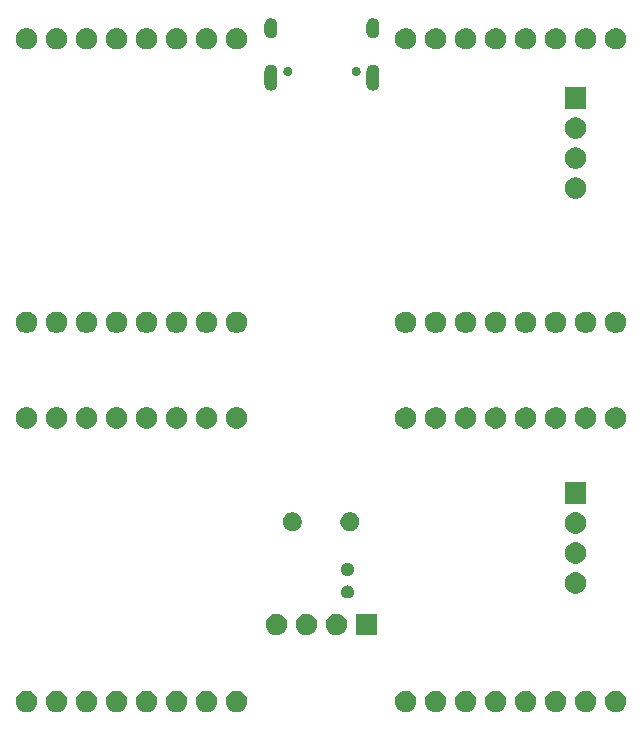
<source format=gbr>
G04 #@! TF.GenerationSoftware,KiCad,Pcbnew,5.1.5+dfsg1-2build2*
G04 #@! TF.CreationDate,2021-09-03T17:34:21+08:00*
G04 #@! TF.ProjectId,lattice_screen,6c617474-6963-4655-9f73-637265656e2e,rev?*
G04 #@! TF.SameCoordinates,Original*
G04 #@! TF.FileFunction,Soldermask,Bot*
G04 #@! TF.FilePolarity,Negative*
%FSLAX46Y46*%
G04 Gerber Fmt 4.6, Leading zero omitted, Abs format (unit mm)*
G04 Created by KiCad (PCBNEW 5.1.5+dfsg1-2build2) date 2021-09-03 17:34:21*
%MOMM*%
%LPD*%
G04 APERTURE LIST*
%ADD10C,0.100000*%
G04 APERTURE END LIST*
D10*
G36*
X161073512Y-123203927D02*
G01*
X161222812Y-123233624D01*
X161386784Y-123301544D01*
X161534354Y-123400147D01*
X161659853Y-123525646D01*
X161758456Y-123673216D01*
X161826376Y-123837188D01*
X161861000Y-124011259D01*
X161861000Y-124188741D01*
X161826376Y-124362812D01*
X161758456Y-124526784D01*
X161659853Y-124674354D01*
X161534354Y-124799853D01*
X161386784Y-124898456D01*
X161222812Y-124966376D01*
X161073512Y-124996073D01*
X161048742Y-125001000D01*
X160871258Y-125001000D01*
X160846488Y-124996073D01*
X160697188Y-124966376D01*
X160533216Y-124898456D01*
X160385646Y-124799853D01*
X160260147Y-124674354D01*
X160161544Y-124526784D01*
X160093624Y-124362812D01*
X160059000Y-124188741D01*
X160059000Y-124011259D01*
X160093624Y-123837188D01*
X160161544Y-123673216D01*
X160260147Y-123525646D01*
X160385646Y-123400147D01*
X160533216Y-123301544D01*
X160697188Y-123233624D01*
X160846488Y-123203927D01*
X160871258Y-123199000D01*
X161048742Y-123199000D01*
X161073512Y-123203927D01*
G37*
G36*
X111193512Y-123203927D02*
G01*
X111342812Y-123233624D01*
X111506784Y-123301544D01*
X111654354Y-123400147D01*
X111779853Y-123525646D01*
X111878456Y-123673216D01*
X111946376Y-123837188D01*
X111981000Y-124011259D01*
X111981000Y-124188741D01*
X111946376Y-124362812D01*
X111878456Y-124526784D01*
X111779853Y-124674354D01*
X111654354Y-124799853D01*
X111506784Y-124898456D01*
X111342812Y-124966376D01*
X111193512Y-124996073D01*
X111168742Y-125001000D01*
X110991258Y-125001000D01*
X110966488Y-124996073D01*
X110817188Y-124966376D01*
X110653216Y-124898456D01*
X110505646Y-124799853D01*
X110380147Y-124674354D01*
X110281544Y-124526784D01*
X110213624Y-124362812D01*
X110179000Y-124188741D01*
X110179000Y-124011259D01*
X110213624Y-123837188D01*
X110281544Y-123673216D01*
X110380147Y-123525646D01*
X110505646Y-123400147D01*
X110653216Y-123301544D01*
X110817188Y-123233624D01*
X110966488Y-123203927D01*
X110991258Y-123199000D01*
X111168742Y-123199000D01*
X111193512Y-123203927D01*
G37*
G36*
X143293512Y-123203927D02*
G01*
X143442812Y-123233624D01*
X143606784Y-123301544D01*
X143754354Y-123400147D01*
X143879853Y-123525646D01*
X143978456Y-123673216D01*
X144046376Y-123837188D01*
X144081000Y-124011259D01*
X144081000Y-124188741D01*
X144046376Y-124362812D01*
X143978456Y-124526784D01*
X143879853Y-124674354D01*
X143754354Y-124799853D01*
X143606784Y-124898456D01*
X143442812Y-124966376D01*
X143293512Y-124996073D01*
X143268742Y-125001000D01*
X143091258Y-125001000D01*
X143066488Y-124996073D01*
X142917188Y-124966376D01*
X142753216Y-124898456D01*
X142605646Y-124799853D01*
X142480147Y-124674354D01*
X142381544Y-124526784D01*
X142313624Y-124362812D01*
X142279000Y-124188741D01*
X142279000Y-124011259D01*
X142313624Y-123837188D01*
X142381544Y-123673216D01*
X142480147Y-123525646D01*
X142605646Y-123400147D01*
X142753216Y-123301544D01*
X142917188Y-123233624D01*
X143066488Y-123203927D01*
X143091258Y-123199000D01*
X143268742Y-123199000D01*
X143293512Y-123203927D01*
G37*
G36*
X145833512Y-123203927D02*
G01*
X145982812Y-123233624D01*
X146146784Y-123301544D01*
X146294354Y-123400147D01*
X146419853Y-123525646D01*
X146518456Y-123673216D01*
X146586376Y-123837188D01*
X146621000Y-124011259D01*
X146621000Y-124188741D01*
X146586376Y-124362812D01*
X146518456Y-124526784D01*
X146419853Y-124674354D01*
X146294354Y-124799853D01*
X146146784Y-124898456D01*
X145982812Y-124966376D01*
X145833512Y-124996073D01*
X145808742Y-125001000D01*
X145631258Y-125001000D01*
X145606488Y-124996073D01*
X145457188Y-124966376D01*
X145293216Y-124898456D01*
X145145646Y-124799853D01*
X145020147Y-124674354D01*
X144921544Y-124526784D01*
X144853624Y-124362812D01*
X144819000Y-124188741D01*
X144819000Y-124011259D01*
X144853624Y-123837188D01*
X144921544Y-123673216D01*
X145020147Y-123525646D01*
X145145646Y-123400147D01*
X145293216Y-123301544D01*
X145457188Y-123233624D01*
X145606488Y-123203927D01*
X145631258Y-123199000D01*
X145808742Y-123199000D01*
X145833512Y-123203927D01*
G37*
G36*
X148373512Y-123203927D02*
G01*
X148522812Y-123233624D01*
X148686784Y-123301544D01*
X148834354Y-123400147D01*
X148959853Y-123525646D01*
X149058456Y-123673216D01*
X149126376Y-123837188D01*
X149161000Y-124011259D01*
X149161000Y-124188741D01*
X149126376Y-124362812D01*
X149058456Y-124526784D01*
X148959853Y-124674354D01*
X148834354Y-124799853D01*
X148686784Y-124898456D01*
X148522812Y-124966376D01*
X148373512Y-124996073D01*
X148348742Y-125001000D01*
X148171258Y-125001000D01*
X148146488Y-124996073D01*
X147997188Y-124966376D01*
X147833216Y-124898456D01*
X147685646Y-124799853D01*
X147560147Y-124674354D01*
X147461544Y-124526784D01*
X147393624Y-124362812D01*
X147359000Y-124188741D01*
X147359000Y-124011259D01*
X147393624Y-123837188D01*
X147461544Y-123673216D01*
X147560147Y-123525646D01*
X147685646Y-123400147D01*
X147833216Y-123301544D01*
X147997188Y-123233624D01*
X148146488Y-123203927D01*
X148171258Y-123199000D01*
X148348742Y-123199000D01*
X148373512Y-123203927D01*
G37*
G36*
X150913512Y-123203927D02*
G01*
X151062812Y-123233624D01*
X151226784Y-123301544D01*
X151374354Y-123400147D01*
X151499853Y-123525646D01*
X151598456Y-123673216D01*
X151666376Y-123837188D01*
X151701000Y-124011259D01*
X151701000Y-124188741D01*
X151666376Y-124362812D01*
X151598456Y-124526784D01*
X151499853Y-124674354D01*
X151374354Y-124799853D01*
X151226784Y-124898456D01*
X151062812Y-124966376D01*
X150913512Y-124996073D01*
X150888742Y-125001000D01*
X150711258Y-125001000D01*
X150686488Y-124996073D01*
X150537188Y-124966376D01*
X150373216Y-124898456D01*
X150225646Y-124799853D01*
X150100147Y-124674354D01*
X150001544Y-124526784D01*
X149933624Y-124362812D01*
X149899000Y-124188741D01*
X149899000Y-124011259D01*
X149933624Y-123837188D01*
X150001544Y-123673216D01*
X150100147Y-123525646D01*
X150225646Y-123400147D01*
X150373216Y-123301544D01*
X150537188Y-123233624D01*
X150686488Y-123203927D01*
X150711258Y-123199000D01*
X150888742Y-123199000D01*
X150913512Y-123203927D01*
G37*
G36*
X153453512Y-123203927D02*
G01*
X153602812Y-123233624D01*
X153766784Y-123301544D01*
X153914354Y-123400147D01*
X154039853Y-123525646D01*
X154138456Y-123673216D01*
X154206376Y-123837188D01*
X154241000Y-124011259D01*
X154241000Y-124188741D01*
X154206376Y-124362812D01*
X154138456Y-124526784D01*
X154039853Y-124674354D01*
X153914354Y-124799853D01*
X153766784Y-124898456D01*
X153602812Y-124966376D01*
X153453512Y-124996073D01*
X153428742Y-125001000D01*
X153251258Y-125001000D01*
X153226488Y-124996073D01*
X153077188Y-124966376D01*
X152913216Y-124898456D01*
X152765646Y-124799853D01*
X152640147Y-124674354D01*
X152541544Y-124526784D01*
X152473624Y-124362812D01*
X152439000Y-124188741D01*
X152439000Y-124011259D01*
X152473624Y-123837188D01*
X152541544Y-123673216D01*
X152640147Y-123525646D01*
X152765646Y-123400147D01*
X152913216Y-123301544D01*
X153077188Y-123233624D01*
X153226488Y-123203927D01*
X153251258Y-123199000D01*
X153428742Y-123199000D01*
X153453512Y-123203927D01*
G37*
G36*
X155993512Y-123203927D02*
G01*
X156142812Y-123233624D01*
X156306784Y-123301544D01*
X156454354Y-123400147D01*
X156579853Y-123525646D01*
X156678456Y-123673216D01*
X156746376Y-123837188D01*
X156781000Y-124011259D01*
X156781000Y-124188741D01*
X156746376Y-124362812D01*
X156678456Y-124526784D01*
X156579853Y-124674354D01*
X156454354Y-124799853D01*
X156306784Y-124898456D01*
X156142812Y-124966376D01*
X155993512Y-124996073D01*
X155968742Y-125001000D01*
X155791258Y-125001000D01*
X155766488Y-124996073D01*
X155617188Y-124966376D01*
X155453216Y-124898456D01*
X155305646Y-124799853D01*
X155180147Y-124674354D01*
X155081544Y-124526784D01*
X155013624Y-124362812D01*
X154979000Y-124188741D01*
X154979000Y-124011259D01*
X155013624Y-123837188D01*
X155081544Y-123673216D01*
X155180147Y-123525646D01*
X155305646Y-123400147D01*
X155453216Y-123301544D01*
X155617188Y-123233624D01*
X155766488Y-123203927D01*
X155791258Y-123199000D01*
X155968742Y-123199000D01*
X155993512Y-123203927D01*
G37*
G36*
X158533512Y-123203927D02*
G01*
X158682812Y-123233624D01*
X158846784Y-123301544D01*
X158994354Y-123400147D01*
X159119853Y-123525646D01*
X159218456Y-123673216D01*
X159286376Y-123837188D01*
X159321000Y-124011259D01*
X159321000Y-124188741D01*
X159286376Y-124362812D01*
X159218456Y-124526784D01*
X159119853Y-124674354D01*
X158994354Y-124799853D01*
X158846784Y-124898456D01*
X158682812Y-124966376D01*
X158533512Y-124996073D01*
X158508742Y-125001000D01*
X158331258Y-125001000D01*
X158306488Y-124996073D01*
X158157188Y-124966376D01*
X157993216Y-124898456D01*
X157845646Y-124799853D01*
X157720147Y-124674354D01*
X157621544Y-124526784D01*
X157553624Y-124362812D01*
X157519000Y-124188741D01*
X157519000Y-124011259D01*
X157553624Y-123837188D01*
X157621544Y-123673216D01*
X157720147Y-123525646D01*
X157845646Y-123400147D01*
X157993216Y-123301544D01*
X158157188Y-123233624D01*
X158306488Y-123203927D01*
X158331258Y-123199000D01*
X158508742Y-123199000D01*
X158533512Y-123203927D01*
G37*
G36*
X113733512Y-123203927D02*
G01*
X113882812Y-123233624D01*
X114046784Y-123301544D01*
X114194354Y-123400147D01*
X114319853Y-123525646D01*
X114418456Y-123673216D01*
X114486376Y-123837188D01*
X114521000Y-124011259D01*
X114521000Y-124188741D01*
X114486376Y-124362812D01*
X114418456Y-124526784D01*
X114319853Y-124674354D01*
X114194354Y-124799853D01*
X114046784Y-124898456D01*
X113882812Y-124966376D01*
X113733512Y-124996073D01*
X113708742Y-125001000D01*
X113531258Y-125001000D01*
X113506488Y-124996073D01*
X113357188Y-124966376D01*
X113193216Y-124898456D01*
X113045646Y-124799853D01*
X112920147Y-124674354D01*
X112821544Y-124526784D01*
X112753624Y-124362812D01*
X112719000Y-124188741D01*
X112719000Y-124011259D01*
X112753624Y-123837188D01*
X112821544Y-123673216D01*
X112920147Y-123525646D01*
X113045646Y-123400147D01*
X113193216Y-123301544D01*
X113357188Y-123233624D01*
X113506488Y-123203927D01*
X113531258Y-123199000D01*
X113708742Y-123199000D01*
X113733512Y-123203927D01*
G37*
G36*
X116273512Y-123203927D02*
G01*
X116422812Y-123233624D01*
X116586784Y-123301544D01*
X116734354Y-123400147D01*
X116859853Y-123525646D01*
X116958456Y-123673216D01*
X117026376Y-123837188D01*
X117061000Y-124011259D01*
X117061000Y-124188741D01*
X117026376Y-124362812D01*
X116958456Y-124526784D01*
X116859853Y-124674354D01*
X116734354Y-124799853D01*
X116586784Y-124898456D01*
X116422812Y-124966376D01*
X116273512Y-124996073D01*
X116248742Y-125001000D01*
X116071258Y-125001000D01*
X116046488Y-124996073D01*
X115897188Y-124966376D01*
X115733216Y-124898456D01*
X115585646Y-124799853D01*
X115460147Y-124674354D01*
X115361544Y-124526784D01*
X115293624Y-124362812D01*
X115259000Y-124188741D01*
X115259000Y-124011259D01*
X115293624Y-123837188D01*
X115361544Y-123673216D01*
X115460147Y-123525646D01*
X115585646Y-123400147D01*
X115733216Y-123301544D01*
X115897188Y-123233624D01*
X116046488Y-123203927D01*
X116071258Y-123199000D01*
X116248742Y-123199000D01*
X116273512Y-123203927D01*
G37*
G36*
X118813512Y-123203927D02*
G01*
X118962812Y-123233624D01*
X119126784Y-123301544D01*
X119274354Y-123400147D01*
X119399853Y-123525646D01*
X119498456Y-123673216D01*
X119566376Y-123837188D01*
X119601000Y-124011259D01*
X119601000Y-124188741D01*
X119566376Y-124362812D01*
X119498456Y-124526784D01*
X119399853Y-124674354D01*
X119274354Y-124799853D01*
X119126784Y-124898456D01*
X118962812Y-124966376D01*
X118813512Y-124996073D01*
X118788742Y-125001000D01*
X118611258Y-125001000D01*
X118586488Y-124996073D01*
X118437188Y-124966376D01*
X118273216Y-124898456D01*
X118125646Y-124799853D01*
X118000147Y-124674354D01*
X117901544Y-124526784D01*
X117833624Y-124362812D01*
X117799000Y-124188741D01*
X117799000Y-124011259D01*
X117833624Y-123837188D01*
X117901544Y-123673216D01*
X118000147Y-123525646D01*
X118125646Y-123400147D01*
X118273216Y-123301544D01*
X118437188Y-123233624D01*
X118586488Y-123203927D01*
X118611258Y-123199000D01*
X118788742Y-123199000D01*
X118813512Y-123203927D01*
G37*
G36*
X121353512Y-123203927D02*
G01*
X121502812Y-123233624D01*
X121666784Y-123301544D01*
X121814354Y-123400147D01*
X121939853Y-123525646D01*
X122038456Y-123673216D01*
X122106376Y-123837188D01*
X122141000Y-124011259D01*
X122141000Y-124188741D01*
X122106376Y-124362812D01*
X122038456Y-124526784D01*
X121939853Y-124674354D01*
X121814354Y-124799853D01*
X121666784Y-124898456D01*
X121502812Y-124966376D01*
X121353512Y-124996073D01*
X121328742Y-125001000D01*
X121151258Y-125001000D01*
X121126488Y-124996073D01*
X120977188Y-124966376D01*
X120813216Y-124898456D01*
X120665646Y-124799853D01*
X120540147Y-124674354D01*
X120441544Y-124526784D01*
X120373624Y-124362812D01*
X120339000Y-124188741D01*
X120339000Y-124011259D01*
X120373624Y-123837188D01*
X120441544Y-123673216D01*
X120540147Y-123525646D01*
X120665646Y-123400147D01*
X120813216Y-123301544D01*
X120977188Y-123233624D01*
X121126488Y-123203927D01*
X121151258Y-123199000D01*
X121328742Y-123199000D01*
X121353512Y-123203927D01*
G37*
G36*
X123893512Y-123203927D02*
G01*
X124042812Y-123233624D01*
X124206784Y-123301544D01*
X124354354Y-123400147D01*
X124479853Y-123525646D01*
X124578456Y-123673216D01*
X124646376Y-123837188D01*
X124681000Y-124011259D01*
X124681000Y-124188741D01*
X124646376Y-124362812D01*
X124578456Y-124526784D01*
X124479853Y-124674354D01*
X124354354Y-124799853D01*
X124206784Y-124898456D01*
X124042812Y-124966376D01*
X123893512Y-124996073D01*
X123868742Y-125001000D01*
X123691258Y-125001000D01*
X123666488Y-124996073D01*
X123517188Y-124966376D01*
X123353216Y-124898456D01*
X123205646Y-124799853D01*
X123080147Y-124674354D01*
X122981544Y-124526784D01*
X122913624Y-124362812D01*
X122879000Y-124188741D01*
X122879000Y-124011259D01*
X122913624Y-123837188D01*
X122981544Y-123673216D01*
X123080147Y-123525646D01*
X123205646Y-123400147D01*
X123353216Y-123301544D01*
X123517188Y-123233624D01*
X123666488Y-123203927D01*
X123691258Y-123199000D01*
X123868742Y-123199000D01*
X123893512Y-123203927D01*
G37*
G36*
X126433512Y-123203927D02*
G01*
X126582812Y-123233624D01*
X126746784Y-123301544D01*
X126894354Y-123400147D01*
X127019853Y-123525646D01*
X127118456Y-123673216D01*
X127186376Y-123837188D01*
X127221000Y-124011259D01*
X127221000Y-124188741D01*
X127186376Y-124362812D01*
X127118456Y-124526784D01*
X127019853Y-124674354D01*
X126894354Y-124799853D01*
X126746784Y-124898456D01*
X126582812Y-124966376D01*
X126433512Y-124996073D01*
X126408742Y-125001000D01*
X126231258Y-125001000D01*
X126206488Y-124996073D01*
X126057188Y-124966376D01*
X125893216Y-124898456D01*
X125745646Y-124799853D01*
X125620147Y-124674354D01*
X125521544Y-124526784D01*
X125453624Y-124362812D01*
X125419000Y-124188741D01*
X125419000Y-124011259D01*
X125453624Y-123837188D01*
X125521544Y-123673216D01*
X125620147Y-123525646D01*
X125745646Y-123400147D01*
X125893216Y-123301544D01*
X126057188Y-123233624D01*
X126206488Y-123203927D01*
X126231258Y-123199000D01*
X126408742Y-123199000D01*
X126433512Y-123203927D01*
G37*
G36*
X128973512Y-123203927D02*
G01*
X129122812Y-123233624D01*
X129286784Y-123301544D01*
X129434354Y-123400147D01*
X129559853Y-123525646D01*
X129658456Y-123673216D01*
X129726376Y-123837188D01*
X129761000Y-124011259D01*
X129761000Y-124188741D01*
X129726376Y-124362812D01*
X129658456Y-124526784D01*
X129559853Y-124674354D01*
X129434354Y-124799853D01*
X129286784Y-124898456D01*
X129122812Y-124966376D01*
X128973512Y-124996073D01*
X128948742Y-125001000D01*
X128771258Y-125001000D01*
X128746488Y-124996073D01*
X128597188Y-124966376D01*
X128433216Y-124898456D01*
X128285646Y-124799853D01*
X128160147Y-124674354D01*
X128061544Y-124526784D01*
X127993624Y-124362812D01*
X127959000Y-124188741D01*
X127959000Y-124011259D01*
X127993624Y-123837188D01*
X128061544Y-123673216D01*
X128160147Y-123525646D01*
X128285646Y-123400147D01*
X128433216Y-123301544D01*
X128597188Y-123233624D01*
X128746488Y-123203927D01*
X128771258Y-123199000D01*
X128948742Y-123199000D01*
X128973512Y-123203927D01*
G37*
G36*
X134885912Y-116680527D02*
G01*
X135035212Y-116710224D01*
X135199184Y-116778144D01*
X135346754Y-116876747D01*
X135472253Y-117002246D01*
X135570856Y-117149816D01*
X135638776Y-117313788D01*
X135673400Y-117487859D01*
X135673400Y-117665341D01*
X135638776Y-117839412D01*
X135570856Y-118003384D01*
X135472253Y-118150954D01*
X135346754Y-118276453D01*
X135199184Y-118375056D01*
X135035212Y-118442976D01*
X134885912Y-118472673D01*
X134861142Y-118477600D01*
X134683658Y-118477600D01*
X134658888Y-118472673D01*
X134509588Y-118442976D01*
X134345616Y-118375056D01*
X134198046Y-118276453D01*
X134072547Y-118150954D01*
X133973944Y-118003384D01*
X133906024Y-117839412D01*
X133871400Y-117665341D01*
X133871400Y-117487859D01*
X133906024Y-117313788D01*
X133973944Y-117149816D01*
X134072547Y-117002246D01*
X134198046Y-116876747D01*
X134345616Y-116778144D01*
X134509588Y-116710224D01*
X134658888Y-116680527D01*
X134683658Y-116675600D01*
X134861142Y-116675600D01*
X134885912Y-116680527D01*
G37*
G36*
X137425912Y-116680527D02*
G01*
X137575212Y-116710224D01*
X137739184Y-116778144D01*
X137886754Y-116876747D01*
X138012253Y-117002246D01*
X138110856Y-117149816D01*
X138178776Y-117313788D01*
X138213400Y-117487859D01*
X138213400Y-117665341D01*
X138178776Y-117839412D01*
X138110856Y-118003384D01*
X138012253Y-118150954D01*
X137886754Y-118276453D01*
X137739184Y-118375056D01*
X137575212Y-118442976D01*
X137425912Y-118472673D01*
X137401142Y-118477600D01*
X137223658Y-118477600D01*
X137198888Y-118472673D01*
X137049588Y-118442976D01*
X136885616Y-118375056D01*
X136738046Y-118276453D01*
X136612547Y-118150954D01*
X136513944Y-118003384D01*
X136446024Y-117839412D01*
X136411400Y-117665341D01*
X136411400Y-117487859D01*
X136446024Y-117313788D01*
X136513944Y-117149816D01*
X136612547Y-117002246D01*
X136738046Y-116876747D01*
X136885616Y-116778144D01*
X137049588Y-116710224D01*
X137198888Y-116680527D01*
X137223658Y-116675600D01*
X137401142Y-116675600D01*
X137425912Y-116680527D01*
G37*
G36*
X140753400Y-118477600D02*
G01*
X138951400Y-118477600D01*
X138951400Y-116675600D01*
X140753400Y-116675600D01*
X140753400Y-118477600D01*
G37*
G36*
X132345912Y-116680527D02*
G01*
X132495212Y-116710224D01*
X132659184Y-116778144D01*
X132806754Y-116876747D01*
X132932253Y-117002246D01*
X133030856Y-117149816D01*
X133098776Y-117313788D01*
X133133400Y-117487859D01*
X133133400Y-117665341D01*
X133098776Y-117839412D01*
X133030856Y-118003384D01*
X132932253Y-118150954D01*
X132806754Y-118276453D01*
X132659184Y-118375056D01*
X132495212Y-118442976D01*
X132345912Y-118472673D01*
X132321142Y-118477600D01*
X132143658Y-118477600D01*
X132118888Y-118472673D01*
X131969588Y-118442976D01*
X131805616Y-118375056D01*
X131658046Y-118276453D01*
X131532547Y-118150954D01*
X131433944Y-118003384D01*
X131366024Y-117839412D01*
X131331400Y-117665341D01*
X131331400Y-117487859D01*
X131366024Y-117313788D01*
X131433944Y-117149816D01*
X131532547Y-117002246D01*
X131658046Y-116876747D01*
X131805616Y-116778144D01*
X131969588Y-116710224D01*
X132118888Y-116680527D01*
X132143658Y-116675600D01*
X132321142Y-116675600D01*
X132345912Y-116680527D01*
G37*
G36*
X138412921Y-114298574D02*
G01*
X138513195Y-114340109D01*
X138513196Y-114340110D01*
X138603442Y-114400410D01*
X138680190Y-114477158D01*
X138680191Y-114477160D01*
X138740491Y-114567405D01*
X138782026Y-114667679D01*
X138803200Y-114774130D01*
X138803200Y-114882670D01*
X138782026Y-114989121D01*
X138740491Y-115089395D01*
X138740490Y-115089396D01*
X138680190Y-115179642D01*
X138603442Y-115256390D01*
X138558012Y-115286745D01*
X138513195Y-115316691D01*
X138412921Y-115358226D01*
X138306470Y-115379400D01*
X138197930Y-115379400D01*
X138091479Y-115358226D01*
X137991205Y-115316691D01*
X137946388Y-115286745D01*
X137900958Y-115256390D01*
X137824210Y-115179642D01*
X137763910Y-115089396D01*
X137763909Y-115089395D01*
X137722374Y-114989121D01*
X137701200Y-114882670D01*
X137701200Y-114774130D01*
X137722374Y-114667679D01*
X137763909Y-114567405D01*
X137824209Y-114477160D01*
X137824210Y-114477158D01*
X137900958Y-114400410D01*
X137991204Y-114340110D01*
X137991205Y-114340109D01*
X138091479Y-114298574D01*
X138197930Y-114277400D01*
X138306470Y-114277400D01*
X138412921Y-114298574D01*
G37*
G36*
X157669712Y-113175327D02*
G01*
X157819012Y-113205024D01*
X157982984Y-113272944D01*
X158130554Y-113371547D01*
X158256053Y-113497046D01*
X158354656Y-113644616D01*
X158422576Y-113808588D01*
X158457200Y-113982659D01*
X158457200Y-114160141D01*
X158422576Y-114334212D01*
X158354656Y-114498184D01*
X158256053Y-114645754D01*
X158130554Y-114771253D01*
X157982984Y-114869856D01*
X157819012Y-114937776D01*
X157669712Y-114967473D01*
X157644942Y-114972400D01*
X157467458Y-114972400D01*
X157442688Y-114967473D01*
X157293388Y-114937776D01*
X157129416Y-114869856D01*
X156981846Y-114771253D01*
X156856347Y-114645754D01*
X156757744Y-114498184D01*
X156689824Y-114334212D01*
X156655200Y-114160141D01*
X156655200Y-113982659D01*
X156689824Y-113808588D01*
X156757744Y-113644616D01*
X156856347Y-113497046D01*
X156981846Y-113371547D01*
X157129416Y-113272944D01*
X157293388Y-113205024D01*
X157442688Y-113175327D01*
X157467458Y-113170400D01*
X157644942Y-113170400D01*
X157669712Y-113175327D01*
G37*
G36*
X138412921Y-112398574D02*
G01*
X138513195Y-112440109D01*
X138513196Y-112440110D01*
X138603442Y-112500410D01*
X138680190Y-112577158D01*
X138680191Y-112577160D01*
X138740491Y-112667405D01*
X138782026Y-112767679D01*
X138803200Y-112874130D01*
X138803200Y-112982670D01*
X138782026Y-113089121D01*
X138740491Y-113189395D01*
X138740490Y-113189396D01*
X138680190Y-113279642D01*
X138603442Y-113356390D01*
X138580758Y-113371547D01*
X138513195Y-113416691D01*
X138412921Y-113458226D01*
X138306470Y-113479400D01*
X138197930Y-113479400D01*
X138091479Y-113458226D01*
X137991205Y-113416691D01*
X137923642Y-113371547D01*
X137900958Y-113356390D01*
X137824210Y-113279642D01*
X137763910Y-113189396D01*
X137763909Y-113189395D01*
X137722374Y-113089121D01*
X137701200Y-112982670D01*
X137701200Y-112874130D01*
X137722374Y-112767679D01*
X137763909Y-112667405D01*
X137824209Y-112577160D01*
X137824210Y-112577158D01*
X137900958Y-112500410D01*
X137991204Y-112440110D01*
X137991205Y-112440109D01*
X138091479Y-112398574D01*
X138197930Y-112377400D01*
X138306470Y-112377400D01*
X138412921Y-112398574D01*
G37*
G36*
X157669712Y-110635327D02*
G01*
X157819012Y-110665024D01*
X157982984Y-110732944D01*
X158130554Y-110831547D01*
X158256053Y-110957046D01*
X158354656Y-111104616D01*
X158422576Y-111268588D01*
X158457200Y-111442659D01*
X158457200Y-111620141D01*
X158422576Y-111794212D01*
X158354656Y-111958184D01*
X158256053Y-112105754D01*
X158130554Y-112231253D01*
X157982984Y-112329856D01*
X157819012Y-112397776D01*
X157669712Y-112427473D01*
X157644942Y-112432400D01*
X157467458Y-112432400D01*
X157442688Y-112427473D01*
X157293388Y-112397776D01*
X157129416Y-112329856D01*
X156981846Y-112231253D01*
X156856347Y-112105754D01*
X156757744Y-111958184D01*
X156689824Y-111794212D01*
X156655200Y-111620141D01*
X156655200Y-111442659D01*
X156689824Y-111268588D01*
X156757744Y-111104616D01*
X156856347Y-110957046D01*
X156981846Y-110831547D01*
X157129416Y-110732944D01*
X157293388Y-110665024D01*
X157442688Y-110635327D01*
X157467458Y-110630400D01*
X157644942Y-110630400D01*
X157669712Y-110635327D01*
G37*
G36*
X157669712Y-108095327D02*
G01*
X157819012Y-108125024D01*
X157982984Y-108192944D01*
X158130554Y-108291547D01*
X158256053Y-108417046D01*
X158354656Y-108564616D01*
X158422576Y-108728588D01*
X158457200Y-108902659D01*
X158457200Y-109080141D01*
X158422576Y-109254212D01*
X158354656Y-109418184D01*
X158256053Y-109565754D01*
X158130554Y-109691253D01*
X157982984Y-109789856D01*
X157819012Y-109857776D01*
X157669712Y-109887473D01*
X157644942Y-109892400D01*
X157467458Y-109892400D01*
X157442688Y-109887473D01*
X157293388Y-109857776D01*
X157129416Y-109789856D01*
X156981846Y-109691253D01*
X156856347Y-109565754D01*
X156757744Y-109418184D01*
X156689824Y-109254212D01*
X156655200Y-109080141D01*
X156655200Y-108902659D01*
X156689824Y-108728588D01*
X156757744Y-108564616D01*
X156856347Y-108417046D01*
X156981846Y-108291547D01*
X157129416Y-108192944D01*
X157293388Y-108125024D01*
X157442688Y-108095327D01*
X157467458Y-108090400D01*
X157644942Y-108090400D01*
X157669712Y-108095327D01*
G37*
G36*
X138692242Y-108119581D02*
G01*
X138838014Y-108179962D01*
X138838016Y-108179963D01*
X138969208Y-108267622D01*
X139080778Y-108379192D01*
X139168437Y-108510384D01*
X139168438Y-108510386D01*
X139228819Y-108656158D01*
X139259600Y-108810907D01*
X139259600Y-108968693D01*
X139228819Y-109123442D01*
X139174652Y-109254211D01*
X139168437Y-109269216D01*
X139080778Y-109400408D01*
X138969208Y-109511978D01*
X138838016Y-109599637D01*
X138838015Y-109599638D01*
X138838014Y-109599638D01*
X138692242Y-109660019D01*
X138537493Y-109690800D01*
X138379707Y-109690800D01*
X138224958Y-109660019D01*
X138079186Y-109599638D01*
X138079185Y-109599638D01*
X138079184Y-109599637D01*
X137947992Y-109511978D01*
X137836422Y-109400408D01*
X137748763Y-109269216D01*
X137742548Y-109254211D01*
X137688381Y-109123442D01*
X137657600Y-108968693D01*
X137657600Y-108810907D01*
X137688381Y-108656158D01*
X137748762Y-108510386D01*
X137748763Y-108510384D01*
X137836422Y-108379192D01*
X137947992Y-108267622D01*
X138079184Y-108179963D01*
X138079186Y-108179962D01*
X138224958Y-108119581D01*
X138379707Y-108088800D01*
X138537493Y-108088800D01*
X138692242Y-108119581D01*
G37*
G36*
X133812242Y-108119581D02*
G01*
X133958014Y-108179962D01*
X133958016Y-108179963D01*
X134089208Y-108267622D01*
X134200778Y-108379192D01*
X134288437Y-108510384D01*
X134288438Y-108510386D01*
X134348819Y-108656158D01*
X134379600Y-108810907D01*
X134379600Y-108968693D01*
X134348819Y-109123442D01*
X134294652Y-109254211D01*
X134288437Y-109269216D01*
X134200778Y-109400408D01*
X134089208Y-109511978D01*
X133958016Y-109599637D01*
X133958015Y-109599638D01*
X133958014Y-109599638D01*
X133812242Y-109660019D01*
X133657493Y-109690800D01*
X133499707Y-109690800D01*
X133344958Y-109660019D01*
X133199186Y-109599638D01*
X133199185Y-109599638D01*
X133199184Y-109599637D01*
X133067992Y-109511978D01*
X132956422Y-109400408D01*
X132868763Y-109269216D01*
X132862548Y-109254211D01*
X132808381Y-109123442D01*
X132777600Y-108968693D01*
X132777600Y-108810907D01*
X132808381Y-108656158D01*
X132868762Y-108510386D01*
X132868763Y-108510384D01*
X132956422Y-108379192D01*
X133067992Y-108267622D01*
X133199184Y-108179963D01*
X133199186Y-108179962D01*
X133344958Y-108119581D01*
X133499707Y-108088800D01*
X133657493Y-108088800D01*
X133812242Y-108119581D01*
G37*
G36*
X158457200Y-107352400D02*
G01*
X156655200Y-107352400D01*
X156655200Y-105550400D01*
X158457200Y-105550400D01*
X158457200Y-107352400D01*
G37*
G36*
X143293512Y-99203927D02*
G01*
X143442812Y-99233624D01*
X143606784Y-99301544D01*
X143754354Y-99400147D01*
X143879853Y-99525646D01*
X143978456Y-99673216D01*
X144046376Y-99837188D01*
X144081000Y-100011259D01*
X144081000Y-100188741D01*
X144046376Y-100362812D01*
X143978456Y-100526784D01*
X143879853Y-100674354D01*
X143754354Y-100799853D01*
X143606784Y-100898456D01*
X143442812Y-100966376D01*
X143293512Y-100996073D01*
X143268742Y-101001000D01*
X143091258Y-101001000D01*
X143066488Y-100996073D01*
X142917188Y-100966376D01*
X142753216Y-100898456D01*
X142605646Y-100799853D01*
X142480147Y-100674354D01*
X142381544Y-100526784D01*
X142313624Y-100362812D01*
X142279000Y-100188741D01*
X142279000Y-100011259D01*
X142313624Y-99837188D01*
X142381544Y-99673216D01*
X142480147Y-99525646D01*
X142605646Y-99400147D01*
X142753216Y-99301544D01*
X142917188Y-99233624D01*
X143066488Y-99203927D01*
X143091258Y-99199000D01*
X143268742Y-99199000D01*
X143293512Y-99203927D01*
G37*
G36*
X128973512Y-99203927D02*
G01*
X129122812Y-99233624D01*
X129286784Y-99301544D01*
X129434354Y-99400147D01*
X129559853Y-99525646D01*
X129658456Y-99673216D01*
X129726376Y-99837188D01*
X129761000Y-100011259D01*
X129761000Y-100188741D01*
X129726376Y-100362812D01*
X129658456Y-100526784D01*
X129559853Y-100674354D01*
X129434354Y-100799853D01*
X129286784Y-100898456D01*
X129122812Y-100966376D01*
X128973512Y-100996073D01*
X128948742Y-101001000D01*
X128771258Y-101001000D01*
X128746488Y-100996073D01*
X128597188Y-100966376D01*
X128433216Y-100898456D01*
X128285646Y-100799853D01*
X128160147Y-100674354D01*
X128061544Y-100526784D01*
X127993624Y-100362812D01*
X127959000Y-100188741D01*
X127959000Y-100011259D01*
X127993624Y-99837188D01*
X128061544Y-99673216D01*
X128160147Y-99525646D01*
X128285646Y-99400147D01*
X128433216Y-99301544D01*
X128597188Y-99233624D01*
X128746488Y-99203927D01*
X128771258Y-99199000D01*
X128948742Y-99199000D01*
X128973512Y-99203927D01*
G37*
G36*
X126433512Y-99203927D02*
G01*
X126582812Y-99233624D01*
X126746784Y-99301544D01*
X126894354Y-99400147D01*
X127019853Y-99525646D01*
X127118456Y-99673216D01*
X127186376Y-99837188D01*
X127221000Y-100011259D01*
X127221000Y-100188741D01*
X127186376Y-100362812D01*
X127118456Y-100526784D01*
X127019853Y-100674354D01*
X126894354Y-100799853D01*
X126746784Y-100898456D01*
X126582812Y-100966376D01*
X126433512Y-100996073D01*
X126408742Y-101001000D01*
X126231258Y-101001000D01*
X126206488Y-100996073D01*
X126057188Y-100966376D01*
X125893216Y-100898456D01*
X125745646Y-100799853D01*
X125620147Y-100674354D01*
X125521544Y-100526784D01*
X125453624Y-100362812D01*
X125419000Y-100188741D01*
X125419000Y-100011259D01*
X125453624Y-99837188D01*
X125521544Y-99673216D01*
X125620147Y-99525646D01*
X125745646Y-99400147D01*
X125893216Y-99301544D01*
X126057188Y-99233624D01*
X126206488Y-99203927D01*
X126231258Y-99199000D01*
X126408742Y-99199000D01*
X126433512Y-99203927D01*
G37*
G36*
X121353512Y-99203927D02*
G01*
X121502812Y-99233624D01*
X121666784Y-99301544D01*
X121814354Y-99400147D01*
X121939853Y-99525646D01*
X122038456Y-99673216D01*
X122106376Y-99837188D01*
X122141000Y-100011259D01*
X122141000Y-100188741D01*
X122106376Y-100362812D01*
X122038456Y-100526784D01*
X121939853Y-100674354D01*
X121814354Y-100799853D01*
X121666784Y-100898456D01*
X121502812Y-100966376D01*
X121353512Y-100996073D01*
X121328742Y-101001000D01*
X121151258Y-101001000D01*
X121126488Y-100996073D01*
X120977188Y-100966376D01*
X120813216Y-100898456D01*
X120665646Y-100799853D01*
X120540147Y-100674354D01*
X120441544Y-100526784D01*
X120373624Y-100362812D01*
X120339000Y-100188741D01*
X120339000Y-100011259D01*
X120373624Y-99837188D01*
X120441544Y-99673216D01*
X120540147Y-99525646D01*
X120665646Y-99400147D01*
X120813216Y-99301544D01*
X120977188Y-99233624D01*
X121126488Y-99203927D01*
X121151258Y-99199000D01*
X121328742Y-99199000D01*
X121353512Y-99203927D01*
G37*
G36*
X123893512Y-99203927D02*
G01*
X124042812Y-99233624D01*
X124206784Y-99301544D01*
X124354354Y-99400147D01*
X124479853Y-99525646D01*
X124578456Y-99673216D01*
X124646376Y-99837188D01*
X124681000Y-100011259D01*
X124681000Y-100188741D01*
X124646376Y-100362812D01*
X124578456Y-100526784D01*
X124479853Y-100674354D01*
X124354354Y-100799853D01*
X124206784Y-100898456D01*
X124042812Y-100966376D01*
X123893512Y-100996073D01*
X123868742Y-101001000D01*
X123691258Y-101001000D01*
X123666488Y-100996073D01*
X123517188Y-100966376D01*
X123353216Y-100898456D01*
X123205646Y-100799853D01*
X123080147Y-100674354D01*
X122981544Y-100526784D01*
X122913624Y-100362812D01*
X122879000Y-100188741D01*
X122879000Y-100011259D01*
X122913624Y-99837188D01*
X122981544Y-99673216D01*
X123080147Y-99525646D01*
X123205646Y-99400147D01*
X123353216Y-99301544D01*
X123517188Y-99233624D01*
X123666488Y-99203927D01*
X123691258Y-99199000D01*
X123868742Y-99199000D01*
X123893512Y-99203927D01*
G37*
G36*
X148373512Y-99203927D02*
G01*
X148522812Y-99233624D01*
X148686784Y-99301544D01*
X148834354Y-99400147D01*
X148959853Y-99525646D01*
X149058456Y-99673216D01*
X149126376Y-99837188D01*
X149161000Y-100011259D01*
X149161000Y-100188741D01*
X149126376Y-100362812D01*
X149058456Y-100526784D01*
X148959853Y-100674354D01*
X148834354Y-100799853D01*
X148686784Y-100898456D01*
X148522812Y-100966376D01*
X148373512Y-100996073D01*
X148348742Y-101001000D01*
X148171258Y-101001000D01*
X148146488Y-100996073D01*
X147997188Y-100966376D01*
X147833216Y-100898456D01*
X147685646Y-100799853D01*
X147560147Y-100674354D01*
X147461544Y-100526784D01*
X147393624Y-100362812D01*
X147359000Y-100188741D01*
X147359000Y-100011259D01*
X147393624Y-99837188D01*
X147461544Y-99673216D01*
X147560147Y-99525646D01*
X147685646Y-99400147D01*
X147833216Y-99301544D01*
X147997188Y-99233624D01*
X148146488Y-99203927D01*
X148171258Y-99199000D01*
X148348742Y-99199000D01*
X148373512Y-99203927D01*
G37*
G36*
X150913512Y-99203927D02*
G01*
X151062812Y-99233624D01*
X151226784Y-99301544D01*
X151374354Y-99400147D01*
X151499853Y-99525646D01*
X151598456Y-99673216D01*
X151666376Y-99837188D01*
X151701000Y-100011259D01*
X151701000Y-100188741D01*
X151666376Y-100362812D01*
X151598456Y-100526784D01*
X151499853Y-100674354D01*
X151374354Y-100799853D01*
X151226784Y-100898456D01*
X151062812Y-100966376D01*
X150913512Y-100996073D01*
X150888742Y-101001000D01*
X150711258Y-101001000D01*
X150686488Y-100996073D01*
X150537188Y-100966376D01*
X150373216Y-100898456D01*
X150225646Y-100799853D01*
X150100147Y-100674354D01*
X150001544Y-100526784D01*
X149933624Y-100362812D01*
X149899000Y-100188741D01*
X149899000Y-100011259D01*
X149933624Y-99837188D01*
X150001544Y-99673216D01*
X150100147Y-99525646D01*
X150225646Y-99400147D01*
X150373216Y-99301544D01*
X150537188Y-99233624D01*
X150686488Y-99203927D01*
X150711258Y-99199000D01*
X150888742Y-99199000D01*
X150913512Y-99203927D01*
G37*
G36*
X153453512Y-99203927D02*
G01*
X153602812Y-99233624D01*
X153766784Y-99301544D01*
X153914354Y-99400147D01*
X154039853Y-99525646D01*
X154138456Y-99673216D01*
X154206376Y-99837188D01*
X154241000Y-100011259D01*
X154241000Y-100188741D01*
X154206376Y-100362812D01*
X154138456Y-100526784D01*
X154039853Y-100674354D01*
X153914354Y-100799853D01*
X153766784Y-100898456D01*
X153602812Y-100966376D01*
X153453512Y-100996073D01*
X153428742Y-101001000D01*
X153251258Y-101001000D01*
X153226488Y-100996073D01*
X153077188Y-100966376D01*
X152913216Y-100898456D01*
X152765646Y-100799853D01*
X152640147Y-100674354D01*
X152541544Y-100526784D01*
X152473624Y-100362812D01*
X152439000Y-100188741D01*
X152439000Y-100011259D01*
X152473624Y-99837188D01*
X152541544Y-99673216D01*
X152640147Y-99525646D01*
X152765646Y-99400147D01*
X152913216Y-99301544D01*
X153077188Y-99233624D01*
X153226488Y-99203927D01*
X153251258Y-99199000D01*
X153428742Y-99199000D01*
X153453512Y-99203927D01*
G37*
G36*
X158533512Y-99203927D02*
G01*
X158682812Y-99233624D01*
X158846784Y-99301544D01*
X158994354Y-99400147D01*
X159119853Y-99525646D01*
X159218456Y-99673216D01*
X159286376Y-99837188D01*
X159321000Y-100011259D01*
X159321000Y-100188741D01*
X159286376Y-100362812D01*
X159218456Y-100526784D01*
X159119853Y-100674354D01*
X158994354Y-100799853D01*
X158846784Y-100898456D01*
X158682812Y-100966376D01*
X158533512Y-100996073D01*
X158508742Y-101001000D01*
X158331258Y-101001000D01*
X158306488Y-100996073D01*
X158157188Y-100966376D01*
X157993216Y-100898456D01*
X157845646Y-100799853D01*
X157720147Y-100674354D01*
X157621544Y-100526784D01*
X157553624Y-100362812D01*
X157519000Y-100188741D01*
X157519000Y-100011259D01*
X157553624Y-99837188D01*
X157621544Y-99673216D01*
X157720147Y-99525646D01*
X157845646Y-99400147D01*
X157993216Y-99301544D01*
X158157188Y-99233624D01*
X158306488Y-99203927D01*
X158331258Y-99199000D01*
X158508742Y-99199000D01*
X158533512Y-99203927D01*
G37*
G36*
X155993512Y-99203927D02*
G01*
X156142812Y-99233624D01*
X156306784Y-99301544D01*
X156454354Y-99400147D01*
X156579853Y-99525646D01*
X156678456Y-99673216D01*
X156746376Y-99837188D01*
X156781000Y-100011259D01*
X156781000Y-100188741D01*
X156746376Y-100362812D01*
X156678456Y-100526784D01*
X156579853Y-100674354D01*
X156454354Y-100799853D01*
X156306784Y-100898456D01*
X156142812Y-100966376D01*
X155993512Y-100996073D01*
X155968742Y-101001000D01*
X155791258Y-101001000D01*
X155766488Y-100996073D01*
X155617188Y-100966376D01*
X155453216Y-100898456D01*
X155305646Y-100799853D01*
X155180147Y-100674354D01*
X155081544Y-100526784D01*
X155013624Y-100362812D01*
X154979000Y-100188741D01*
X154979000Y-100011259D01*
X155013624Y-99837188D01*
X155081544Y-99673216D01*
X155180147Y-99525646D01*
X155305646Y-99400147D01*
X155453216Y-99301544D01*
X155617188Y-99233624D01*
X155766488Y-99203927D01*
X155791258Y-99199000D01*
X155968742Y-99199000D01*
X155993512Y-99203927D01*
G37*
G36*
X118813512Y-99203927D02*
G01*
X118962812Y-99233624D01*
X119126784Y-99301544D01*
X119274354Y-99400147D01*
X119399853Y-99525646D01*
X119498456Y-99673216D01*
X119566376Y-99837188D01*
X119601000Y-100011259D01*
X119601000Y-100188741D01*
X119566376Y-100362812D01*
X119498456Y-100526784D01*
X119399853Y-100674354D01*
X119274354Y-100799853D01*
X119126784Y-100898456D01*
X118962812Y-100966376D01*
X118813512Y-100996073D01*
X118788742Y-101001000D01*
X118611258Y-101001000D01*
X118586488Y-100996073D01*
X118437188Y-100966376D01*
X118273216Y-100898456D01*
X118125646Y-100799853D01*
X118000147Y-100674354D01*
X117901544Y-100526784D01*
X117833624Y-100362812D01*
X117799000Y-100188741D01*
X117799000Y-100011259D01*
X117833624Y-99837188D01*
X117901544Y-99673216D01*
X118000147Y-99525646D01*
X118125646Y-99400147D01*
X118273216Y-99301544D01*
X118437188Y-99233624D01*
X118586488Y-99203927D01*
X118611258Y-99199000D01*
X118788742Y-99199000D01*
X118813512Y-99203927D01*
G37*
G36*
X145833512Y-99203927D02*
G01*
X145982812Y-99233624D01*
X146146784Y-99301544D01*
X146294354Y-99400147D01*
X146419853Y-99525646D01*
X146518456Y-99673216D01*
X146586376Y-99837188D01*
X146621000Y-100011259D01*
X146621000Y-100188741D01*
X146586376Y-100362812D01*
X146518456Y-100526784D01*
X146419853Y-100674354D01*
X146294354Y-100799853D01*
X146146784Y-100898456D01*
X145982812Y-100966376D01*
X145833512Y-100996073D01*
X145808742Y-101001000D01*
X145631258Y-101001000D01*
X145606488Y-100996073D01*
X145457188Y-100966376D01*
X145293216Y-100898456D01*
X145145646Y-100799853D01*
X145020147Y-100674354D01*
X144921544Y-100526784D01*
X144853624Y-100362812D01*
X144819000Y-100188741D01*
X144819000Y-100011259D01*
X144853624Y-99837188D01*
X144921544Y-99673216D01*
X145020147Y-99525646D01*
X145145646Y-99400147D01*
X145293216Y-99301544D01*
X145457188Y-99233624D01*
X145606488Y-99203927D01*
X145631258Y-99199000D01*
X145808742Y-99199000D01*
X145833512Y-99203927D01*
G37*
G36*
X116273512Y-99203927D02*
G01*
X116422812Y-99233624D01*
X116586784Y-99301544D01*
X116734354Y-99400147D01*
X116859853Y-99525646D01*
X116958456Y-99673216D01*
X117026376Y-99837188D01*
X117061000Y-100011259D01*
X117061000Y-100188741D01*
X117026376Y-100362812D01*
X116958456Y-100526784D01*
X116859853Y-100674354D01*
X116734354Y-100799853D01*
X116586784Y-100898456D01*
X116422812Y-100966376D01*
X116273512Y-100996073D01*
X116248742Y-101001000D01*
X116071258Y-101001000D01*
X116046488Y-100996073D01*
X115897188Y-100966376D01*
X115733216Y-100898456D01*
X115585646Y-100799853D01*
X115460147Y-100674354D01*
X115361544Y-100526784D01*
X115293624Y-100362812D01*
X115259000Y-100188741D01*
X115259000Y-100011259D01*
X115293624Y-99837188D01*
X115361544Y-99673216D01*
X115460147Y-99525646D01*
X115585646Y-99400147D01*
X115733216Y-99301544D01*
X115897188Y-99233624D01*
X116046488Y-99203927D01*
X116071258Y-99199000D01*
X116248742Y-99199000D01*
X116273512Y-99203927D01*
G37*
G36*
X111193512Y-99203927D02*
G01*
X111342812Y-99233624D01*
X111506784Y-99301544D01*
X111654354Y-99400147D01*
X111779853Y-99525646D01*
X111878456Y-99673216D01*
X111946376Y-99837188D01*
X111981000Y-100011259D01*
X111981000Y-100188741D01*
X111946376Y-100362812D01*
X111878456Y-100526784D01*
X111779853Y-100674354D01*
X111654354Y-100799853D01*
X111506784Y-100898456D01*
X111342812Y-100966376D01*
X111193512Y-100996073D01*
X111168742Y-101001000D01*
X110991258Y-101001000D01*
X110966488Y-100996073D01*
X110817188Y-100966376D01*
X110653216Y-100898456D01*
X110505646Y-100799853D01*
X110380147Y-100674354D01*
X110281544Y-100526784D01*
X110213624Y-100362812D01*
X110179000Y-100188741D01*
X110179000Y-100011259D01*
X110213624Y-99837188D01*
X110281544Y-99673216D01*
X110380147Y-99525646D01*
X110505646Y-99400147D01*
X110653216Y-99301544D01*
X110817188Y-99233624D01*
X110966488Y-99203927D01*
X110991258Y-99199000D01*
X111168742Y-99199000D01*
X111193512Y-99203927D01*
G37*
G36*
X161073512Y-99203927D02*
G01*
X161222812Y-99233624D01*
X161386784Y-99301544D01*
X161534354Y-99400147D01*
X161659853Y-99525646D01*
X161758456Y-99673216D01*
X161826376Y-99837188D01*
X161861000Y-100011259D01*
X161861000Y-100188741D01*
X161826376Y-100362812D01*
X161758456Y-100526784D01*
X161659853Y-100674354D01*
X161534354Y-100799853D01*
X161386784Y-100898456D01*
X161222812Y-100966376D01*
X161073512Y-100996073D01*
X161048742Y-101001000D01*
X160871258Y-101001000D01*
X160846488Y-100996073D01*
X160697188Y-100966376D01*
X160533216Y-100898456D01*
X160385646Y-100799853D01*
X160260147Y-100674354D01*
X160161544Y-100526784D01*
X160093624Y-100362812D01*
X160059000Y-100188741D01*
X160059000Y-100011259D01*
X160093624Y-99837188D01*
X160161544Y-99673216D01*
X160260147Y-99525646D01*
X160385646Y-99400147D01*
X160533216Y-99301544D01*
X160697188Y-99233624D01*
X160846488Y-99203927D01*
X160871258Y-99199000D01*
X161048742Y-99199000D01*
X161073512Y-99203927D01*
G37*
G36*
X113733512Y-99203927D02*
G01*
X113882812Y-99233624D01*
X114046784Y-99301544D01*
X114194354Y-99400147D01*
X114319853Y-99525646D01*
X114418456Y-99673216D01*
X114486376Y-99837188D01*
X114521000Y-100011259D01*
X114521000Y-100188741D01*
X114486376Y-100362812D01*
X114418456Y-100526784D01*
X114319853Y-100674354D01*
X114194354Y-100799853D01*
X114046784Y-100898456D01*
X113882812Y-100966376D01*
X113733512Y-100996073D01*
X113708742Y-101001000D01*
X113531258Y-101001000D01*
X113506488Y-100996073D01*
X113357188Y-100966376D01*
X113193216Y-100898456D01*
X113045646Y-100799853D01*
X112920147Y-100674354D01*
X112821544Y-100526784D01*
X112753624Y-100362812D01*
X112719000Y-100188741D01*
X112719000Y-100011259D01*
X112753624Y-99837188D01*
X112821544Y-99673216D01*
X112920147Y-99525646D01*
X113045646Y-99400147D01*
X113193216Y-99301544D01*
X113357188Y-99233624D01*
X113506488Y-99203927D01*
X113531258Y-99199000D01*
X113708742Y-99199000D01*
X113733512Y-99203927D01*
G37*
G36*
X158533512Y-91103927D02*
G01*
X158682812Y-91133624D01*
X158846784Y-91201544D01*
X158994354Y-91300147D01*
X159119853Y-91425646D01*
X159218456Y-91573216D01*
X159286376Y-91737188D01*
X159321000Y-91911259D01*
X159321000Y-92088741D01*
X159286376Y-92262812D01*
X159218456Y-92426784D01*
X159119853Y-92574354D01*
X158994354Y-92699853D01*
X158846784Y-92798456D01*
X158682812Y-92866376D01*
X158533512Y-92896073D01*
X158508742Y-92901000D01*
X158331258Y-92901000D01*
X158306488Y-92896073D01*
X158157188Y-92866376D01*
X157993216Y-92798456D01*
X157845646Y-92699853D01*
X157720147Y-92574354D01*
X157621544Y-92426784D01*
X157553624Y-92262812D01*
X157519000Y-92088741D01*
X157519000Y-91911259D01*
X157553624Y-91737188D01*
X157621544Y-91573216D01*
X157720147Y-91425646D01*
X157845646Y-91300147D01*
X157993216Y-91201544D01*
X158157188Y-91133624D01*
X158306488Y-91103927D01*
X158331258Y-91099000D01*
X158508742Y-91099000D01*
X158533512Y-91103927D01*
G37*
G36*
X128973512Y-91103927D02*
G01*
X129122812Y-91133624D01*
X129286784Y-91201544D01*
X129434354Y-91300147D01*
X129559853Y-91425646D01*
X129658456Y-91573216D01*
X129726376Y-91737188D01*
X129761000Y-91911259D01*
X129761000Y-92088741D01*
X129726376Y-92262812D01*
X129658456Y-92426784D01*
X129559853Y-92574354D01*
X129434354Y-92699853D01*
X129286784Y-92798456D01*
X129122812Y-92866376D01*
X128973512Y-92896073D01*
X128948742Y-92901000D01*
X128771258Y-92901000D01*
X128746488Y-92896073D01*
X128597188Y-92866376D01*
X128433216Y-92798456D01*
X128285646Y-92699853D01*
X128160147Y-92574354D01*
X128061544Y-92426784D01*
X127993624Y-92262812D01*
X127959000Y-92088741D01*
X127959000Y-91911259D01*
X127993624Y-91737188D01*
X128061544Y-91573216D01*
X128160147Y-91425646D01*
X128285646Y-91300147D01*
X128433216Y-91201544D01*
X128597188Y-91133624D01*
X128746488Y-91103927D01*
X128771258Y-91099000D01*
X128948742Y-91099000D01*
X128973512Y-91103927D01*
G37*
G36*
X123893512Y-91103927D02*
G01*
X124042812Y-91133624D01*
X124206784Y-91201544D01*
X124354354Y-91300147D01*
X124479853Y-91425646D01*
X124578456Y-91573216D01*
X124646376Y-91737188D01*
X124681000Y-91911259D01*
X124681000Y-92088741D01*
X124646376Y-92262812D01*
X124578456Y-92426784D01*
X124479853Y-92574354D01*
X124354354Y-92699853D01*
X124206784Y-92798456D01*
X124042812Y-92866376D01*
X123893512Y-92896073D01*
X123868742Y-92901000D01*
X123691258Y-92901000D01*
X123666488Y-92896073D01*
X123517188Y-92866376D01*
X123353216Y-92798456D01*
X123205646Y-92699853D01*
X123080147Y-92574354D01*
X122981544Y-92426784D01*
X122913624Y-92262812D01*
X122879000Y-92088741D01*
X122879000Y-91911259D01*
X122913624Y-91737188D01*
X122981544Y-91573216D01*
X123080147Y-91425646D01*
X123205646Y-91300147D01*
X123353216Y-91201544D01*
X123517188Y-91133624D01*
X123666488Y-91103927D01*
X123691258Y-91099000D01*
X123868742Y-91099000D01*
X123893512Y-91103927D01*
G37*
G36*
X121353512Y-91103927D02*
G01*
X121502812Y-91133624D01*
X121666784Y-91201544D01*
X121814354Y-91300147D01*
X121939853Y-91425646D01*
X122038456Y-91573216D01*
X122106376Y-91737188D01*
X122141000Y-91911259D01*
X122141000Y-92088741D01*
X122106376Y-92262812D01*
X122038456Y-92426784D01*
X121939853Y-92574354D01*
X121814354Y-92699853D01*
X121666784Y-92798456D01*
X121502812Y-92866376D01*
X121353512Y-92896073D01*
X121328742Y-92901000D01*
X121151258Y-92901000D01*
X121126488Y-92896073D01*
X120977188Y-92866376D01*
X120813216Y-92798456D01*
X120665646Y-92699853D01*
X120540147Y-92574354D01*
X120441544Y-92426784D01*
X120373624Y-92262812D01*
X120339000Y-92088741D01*
X120339000Y-91911259D01*
X120373624Y-91737188D01*
X120441544Y-91573216D01*
X120540147Y-91425646D01*
X120665646Y-91300147D01*
X120813216Y-91201544D01*
X120977188Y-91133624D01*
X121126488Y-91103927D01*
X121151258Y-91099000D01*
X121328742Y-91099000D01*
X121353512Y-91103927D01*
G37*
G36*
X118813512Y-91103927D02*
G01*
X118962812Y-91133624D01*
X119126784Y-91201544D01*
X119274354Y-91300147D01*
X119399853Y-91425646D01*
X119498456Y-91573216D01*
X119566376Y-91737188D01*
X119601000Y-91911259D01*
X119601000Y-92088741D01*
X119566376Y-92262812D01*
X119498456Y-92426784D01*
X119399853Y-92574354D01*
X119274354Y-92699853D01*
X119126784Y-92798456D01*
X118962812Y-92866376D01*
X118813512Y-92896073D01*
X118788742Y-92901000D01*
X118611258Y-92901000D01*
X118586488Y-92896073D01*
X118437188Y-92866376D01*
X118273216Y-92798456D01*
X118125646Y-92699853D01*
X118000147Y-92574354D01*
X117901544Y-92426784D01*
X117833624Y-92262812D01*
X117799000Y-92088741D01*
X117799000Y-91911259D01*
X117833624Y-91737188D01*
X117901544Y-91573216D01*
X118000147Y-91425646D01*
X118125646Y-91300147D01*
X118273216Y-91201544D01*
X118437188Y-91133624D01*
X118586488Y-91103927D01*
X118611258Y-91099000D01*
X118788742Y-91099000D01*
X118813512Y-91103927D01*
G37*
G36*
X116273512Y-91103927D02*
G01*
X116422812Y-91133624D01*
X116586784Y-91201544D01*
X116734354Y-91300147D01*
X116859853Y-91425646D01*
X116958456Y-91573216D01*
X117026376Y-91737188D01*
X117061000Y-91911259D01*
X117061000Y-92088741D01*
X117026376Y-92262812D01*
X116958456Y-92426784D01*
X116859853Y-92574354D01*
X116734354Y-92699853D01*
X116586784Y-92798456D01*
X116422812Y-92866376D01*
X116273512Y-92896073D01*
X116248742Y-92901000D01*
X116071258Y-92901000D01*
X116046488Y-92896073D01*
X115897188Y-92866376D01*
X115733216Y-92798456D01*
X115585646Y-92699853D01*
X115460147Y-92574354D01*
X115361544Y-92426784D01*
X115293624Y-92262812D01*
X115259000Y-92088741D01*
X115259000Y-91911259D01*
X115293624Y-91737188D01*
X115361544Y-91573216D01*
X115460147Y-91425646D01*
X115585646Y-91300147D01*
X115733216Y-91201544D01*
X115897188Y-91133624D01*
X116046488Y-91103927D01*
X116071258Y-91099000D01*
X116248742Y-91099000D01*
X116273512Y-91103927D01*
G37*
G36*
X113733512Y-91103927D02*
G01*
X113882812Y-91133624D01*
X114046784Y-91201544D01*
X114194354Y-91300147D01*
X114319853Y-91425646D01*
X114418456Y-91573216D01*
X114486376Y-91737188D01*
X114521000Y-91911259D01*
X114521000Y-92088741D01*
X114486376Y-92262812D01*
X114418456Y-92426784D01*
X114319853Y-92574354D01*
X114194354Y-92699853D01*
X114046784Y-92798456D01*
X113882812Y-92866376D01*
X113733512Y-92896073D01*
X113708742Y-92901000D01*
X113531258Y-92901000D01*
X113506488Y-92896073D01*
X113357188Y-92866376D01*
X113193216Y-92798456D01*
X113045646Y-92699853D01*
X112920147Y-92574354D01*
X112821544Y-92426784D01*
X112753624Y-92262812D01*
X112719000Y-92088741D01*
X112719000Y-91911259D01*
X112753624Y-91737188D01*
X112821544Y-91573216D01*
X112920147Y-91425646D01*
X113045646Y-91300147D01*
X113193216Y-91201544D01*
X113357188Y-91133624D01*
X113506488Y-91103927D01*
X113531258Y-91099000D01*
X113708742Y-91099000D01*
X113733512Y-91103927D01*
G37*
G36*
X111193512Y-91103927D02*
G01*
X111342812Y-91133624D01*
X111506784Y-91201544D01*
X111654354Y-91300147D01*
X111779853Y-91425646D01*
X111878456Y-91573216D01*
X111946376Y-91737188D01*
X111981000Y-91911259D01*
X111981000Y-92088741D01*
X111946376Y-92262812D01*
X111878456Y-92426784D01*
X111779853Y-92574354D01*
X111654354Y-92699853D01*
X111506784Y-92798456D01*
X111342812Y-92866376D01*
X111193512Y-92896073D01*
X111168742Y-92901000D01*
X110991258Y-92901000D01*
X110966488Y-92896073D01*
X110817188Y-92866376D01*
X110653216Y-92798456D01*
X110505646Y-92699853D01*
X110380147Y-92574354D01*
X110281544Y-92426784D01*
X110213624Y-92262812D01*
X110179000Y-92088741D01*
X110179000Y-91911259D01*
X110213624Y-91737188D01*
X110281544Y-91573216D01*
X110380147Y-91425646D01*
X110505646Y-91300147D01*
X110653216Y-91201544D01*
X110817188Y-91133624D01*
X110966488Y-91103927D01*
X110991258Y-91099000D01*
X111168742Y-91099000D01*
X111193512Y-91103927D01*
G37*
G36*
X161073512Y-91103927D02*
G01*
X161222812Y-91133624D01*
X161386784Y-91201544D01*
X161534354Y-91300147D01*
X161659853Y-91425646D01*
X161758456Y-91573216D01*
X161826376Y-91737188D01*
X161861000Y-91911259D01*
X161861000Y-92088741D01*
X161826376Y-92262812D01*
X161758456Y-92426784D01*
X161659853Y-92574354D01*
X161534354Y-92699853D01*
X161386784Y-92798456D01*
X161222812Y-92866376D01*
X161073512Y-92896073D01*
X161048742Y-92901000D01*
X160871258Y-92901000D01*
X160846488Y-92896073D01*
X160697188Y-92866376D01*
X160533216Y-92798456D01*
X160385646Y-92699853D01*
X160260147Y-92574354D01*
X160161544Y-92426784D01*
X160093624Y-92262812D01*
X160059000Y-92088741D01*
X160059000Y-91911259D01*
X160093624Y-91737188D01*
X160161544Y-91573216D01*
X160260147Y-91425646D01*
X160385646Y-91300147D01*
X160533216Y-91201544D01*
X160697188Y-91133624D01*
X160846488Y-91103927D01*
X160871258Y-91099000D01*
X161048742Y-91099000D01*
X161073512Y-91103927D01*
G37*
G36*
X155993512Y-91103927D02*
G01*
X156142812Y-91133624D01*
X156306784Y-91201544D01*
X156454354Y-91300147D01*
X156579853Y-91425646D01*
X156678456Y-91573216D01*
X156746376Y-91737188D01*
X156781000Y-91911259D01*
X156781000Y-92088741D01*
X156746376Y-92262812D01*
X156678456Y-92426784D01*
X156579853Y-92574354D01*
X156454354Y-92699853D01*
X156306784Y-92798456D01*
X156142812Y-92866376D01*
X155993512Y-92896073D01*
X155968742Y-92901000D01*
X155791258Y-92901000D01*
X155766488Y-92896073D01*
X155617188Y-92866376D01*
X155453216Y-92798456D01*
X155305646Y-92699853D01*
X155180147Y-92574354D01*
X155081544Y-92426784D01*
X155013624Y-92262812D01*
X154979000Y-92088741D01*
X154979000Y-91911259D01*
X155013624Y-91737188D01*
X155081544Y-91573216D01*
X155180147Y-91425646D01*
X155305646Y-91300147D01*
X155453216Y-91201544D01*
X155617188Y-91133624D01*
X155766488Y-91103927D01*
X155791258Y-91099000D01*
X155968742Y-91099000D01*
X155993512Y-91103927D01*
G37*
G36*
X153453512Y-91103927D02*
G01*
X153602812Y-91133624D01*
X153766784Y-91201544D01*
X153914354Y-91300147D01*
X154039853Y-91425646D01*
X154138456Y-91573216D01*
X154206376Y-91737188D01*
X154241000Y-91911259D01*
X154241000Y-92088741D01*
X154206376Y-92262812D01*
X154138456Y-92426784D01*
X154039853Y-92574354D01*
X153914354Y-92699853D01*
X153766784Y-92798456D01*
X153602812Y-92866376D01*
X153453512Y-92896073D01*
X153428742Y-92901000D01*
X153251258Y-92901000D01*
X153226488Y-92896073D01*
X153077188Y-92866376D01*
X152913216Y-92798456D01*
X152765646Y-92699853D01*
X152640147Y-92574354D01*
X152541544Y-92426784D01*
X152473624Y-92262812D01*
X152439000Y-92088741D01*
X152439000Y-91911259D01*
X152473624Y-91737188D01*
X152541544Y-91573216D01*
X152640147Y-91425646D01*
X152765646Y-91300147D01*
X152913216Y-91201544D01*
X153077188Y-91133624D01*
X153226488Y-91103927D01*
X153251258Y-91099000D01*
X153428742Y-91099000D01*
X153453512Y-91103927D01*
G37*
G36*
X150913512Y-91103927D02*
G01*
X151062812Y-91133624D01*
X151226784Y-91201544D01*
X151374354Y-91300147D01*
X151499853Y-91425646D01*
X151598456Y-91573216D01*
X151666376Y-91737188D01*
X151701000Y-91911259D01*
X151701000Y-92088741D01*
X151666376Y-92262812D01*
X151598456Y-92426784D01*
X151499853Y-92574354D01*
X151374354Y-92699853D01*
X151226784Y-92798456D01*
X151062812Y-92866376D01*
X150913512Y-92896073D01*
X150888742Y-92901000D01*
X150711258Y-92901000D01*
X150686488Y-92896073D01*
X150537188Y-92866376D01*
X150373216Y-92798456D01*
X150225646Y-92699853D01*
X150100147Y-92574354D01*
X150001544Y-92426784D01*
X149933624Y-92262812D01*
X149899000Y-92088741D01*
X149899000Y-91911259D01*
X149933624Y-91737188D01*
X150001544Y-91573216D01*
X150100147Y-91425646D01*
X150225646Y-91300147D01*
X150373216Y-91201544D01*
X150537188Y-91133624D01*
X150686488Y-91103927D01*
X150711258Y-91099000D01*
X150888742Y-91099000D01*
X150913512Y-91103927D01*
G37*
G36*
X148373512Y-91103927D02*
G01*
X148522812Y-91133624D01*
X148686784Y-91201544D01*
X148834354Y-91300147D01*
X148959853Y-91425646D01*
X149058456Y-91573216D01*
X149126376Y-91737188D01*
X149161000Y-91911259D01*
X149161000Y-92088741D01*
X149126376Y-92262812D01*
X149058456Y-92426784D01*
X148959853Y-92574354D01*
X148834354Y-92699853D01*
X148686784Y-92798456D01*
X148522812Y-92866376D01*
X148373512Y-92896073D01*
X148348742Y-92901000D01*
X148171258Y-92901000D01*
X148146488Y-92896073D01*
X147997188Y-92866376D01*
X147833216Y-92798456D01*
X147685646Y-92699853D01*
X147560147Y-92574354D01*
X147461544Y-92426784D01*
X147393624Y-92262812D01*
X147359000Y-92088741D01*
X147359000Y-91911259D01*
X147393624Y-91737188D01*
X147461544Y-91573216D01*
X147560147Y-91425646D01*
X147685646Y-91300147D01*
X147833216Y-91201544D01*
X147997188Y-91133624D01*
X148146488Y-91103927D01*
X148171258Y-91099000D01*
X148348742Y-91099000D01*
X148373512Y-91103927D01*
G37*
G36*
X145833512Y-91103927D02*
G01*
X145982812Y-91133624D01*
X146146784Y-91201544D01*
X146294354Y-91300147D01*
X146419853Y-91425646D01*
X146518456Y-91573216D01*
X146586376Y-91737188D01*
X146621000Y-91911259D01*
X146621000Y-92088741D01*
X146586376Y-92262812D01*
X146518456Y-92426784D01*
X146419853Y-92574354D01*
X146294354Y-92699853D01*
X146146784Y-92798456D01*
X145982812Y-92866376D01*
X145833512Y-92896073D01*
X145808742Y-92901000D01*
X145631258Y-92901000D01*
X145606488Y-92896073D01*
X145457188Y-92866376D01*
X145293216Y-92798456D01*
X145145646Y-92699853D01*
X145020147Y-92574354D01*
X144921544Y-92426784D01*
X144853624Y-92262812D01*
X144819000Y-92088741D01*
X144819000Y-91911259D01*
X144853624Y-91737188D01*
X144921544Y-91573216D01*
X145020147Y-91425646D01*
X145145646Y-91300147D01*
X145293216Y-91201544D01*
X145457188Y-91133624D01*
X145606488Y-91103927D01*
X145631258Y-91099000D01*
X145808742Y-91099000D01*
X145833512Y-91103927D01*
G37*
G36*
X126433512Y-91103927D02*
G01*
X126582812Y-91133624D01*
X126746784Y-91201544D01*
X126894354Y-91300147D01*
X127019853Y-91425646D01*
X127118456Y-91573216D01*
X127186376Y-91737188D01*
X127221000Y-91911259D01*
X127221000Y-92088741D01*
X127186376Y-92262812D01*
X127118456Y-92426784D01*
X127019853Y-92574354D01*
X126894354Y-92699853D01*
X126746784Y-92798456D01*
X126582812Y-92866376D01*
X126433512Y-92896073D01*
X126408742Y-92901000D01*
X126231258Y-92901000D01*
X126206488Y-92896073D01*
X126057188Y-92866376D01*
X125893216Y-92798456D01*
X125745646Y-92699853D01*
X125620147Y-92574354D01*
X125521544Y-92426784D01*
X125453624Y-92262812D01*
X125419000Y-92088741D01*
X125419000Y-91911259D01*
X125453624Y-91737188D01*
X125521544Y-91573216D01*
X125620147Y-91425646D01*
X125745646Y-91300147D01*
X125893216Y-91201544D01*
X126057188Y-91133624D01*
X126206488Y-91103927D01*
X126231258Y-91099000D01*
X126408742Y-91099000D01*
X126433512Y-91103927D01*
G37*
G36*
X143293512Y-91103927D02*
G01*
X143442812Y-91133624D01*
X143606784Y-91201544D01*
X143754354Y-91300147D01*
X143879853Y-91425646D01*
X143978456Y-91573216D01*
X144046376Y-91737188D01*
X144081000Y-91911259D01*
X144081000Y-92088741D01*
X144046376Y-92262812D01*
X143978456Y-92426784D01*
X143879853Y-92574354D01*
X143754354Y-92699853D01*
X143606784Y-92798456D01*
X143442812Y-92866376D01*
X143293512Y-92896073D01*
X143268742Y-92901000D01*
X143091258Y-92901000D01*
X143066488Y-92896073D01*
X142917188Y-92866376D01*
X142753216Y-92798456D01*
X142605646Y-92699853D01*
X142480147Y-92574354D01*
X142381544Y-92426784D01*
X142313624Y-92262812D01*
X142279000Y-92088741D01*
X142279000Y-91911259D01*
X142313624Y-91737188D01*
X142381544Y-91573216D01*
X142480147Y-91425646D01*
X142605646Y-91300147D01*
X142753216Y-91201544D01*
X142917188Y-91133624D01*
X143066488Y-91103927D01*
X143091258Y-91099000D01*
X143268742Y-91099000D01*
X143293512Y-91103927D01*
G37*
G36*
X157669712Y-79748927D02*
G01*
X157819012Y-79778624D01*
X157982984Y-79846544D01*
X158130554Y-79945147D01*
X158256053Y-80070646D01*
X158354656Y-80218216D01*
X158422576Y-80382188D01*
X158457200Y-80556259D01*
X158457200Y-80733741D01*
X158422576Y-80907812D01*
X158354656Y-81071784D01*
X158256053Y-81219354D01*
X158130554Y-81344853D01*
X157982984Y-81443456D01*
X157819012Y-81511376D01*
X157669712Y-81541073D01*
X157644942Y-81546000D01*
X157467458Y-81546000D01*
X157442688Y-81541073D01*
X157293388Y-81511376D01*
X157129416Y-81443456D01*
X156981846Y-81344853D01*
X156856347Y-81219354D01*
X156757744Y-81071784D01*
X156689824Y-80907812D01*
X156655200Y-80733741D01*
X156655200Y-80556259D01*
X156689824Y-80382188D01*
X156757744Y-80218216D01*
X156856347Y-80070646D01*
X156981846Y-79945147D01*
X157129416Y-79846544D01*
X157293388Y-79778624D01*
X157442688Y-79748927D01*
X157467458Y-79744000D01*
X157644942Y-79744000D01*
X157669712Y-79748927D01*
G37*
G36*
X157669712Y-77208927D02*
G01*
X157819012Y-77238624D01*
X157982984Y-77306544D01*
X158130554Y-77405147D01*
X158256053Y-77530646D01*
X158354656Y-77678216D01*
X158422576Y-77842188D01*
X158457200Y-78016259D01*
X158457200Y-78193741D01*
X158422576Y-78367812D01*
X158354656Y-78531784D01*
X158256053Y-78679354D01*
X158130554Y-78804853D01*
X157982984Y-78903456D01*
X157819012Y-78971376D01*
X157669712Y-79001073D01*
X157644942Y-79006000D01*
X157467458Y-79006000D01*
X157442688Y-79001073D01*
X157293388Y-78971376D01*
X157129416Y-78903456D01*
X156981846Y-78804853D01*
X156856347Y-78679354D01*
X156757744Y-78531784D01*
X156689824Y-78367812D01*
X156655200Y-78193741D01*
X156655200Y-78016259D01*
X156689824Y-77842188D01*
X156757744Y-77678216D01*
X156856347Y-77530646D01*
X156981846Y-77405147D01*
X157129416Y-77306544D01*
X157293388Y-77238624D01*
X157442688Y-77208927D01*
X157467458Y-77204000D01*
X157644942Y-77204000D01*
X157669712Y-77208927D01*
G37*
G36*
X157669712Y-74668927D02*
G01*
X157819012Y-74698624D01*
X157982984Y-74766544D01*
X158130554Y-74865147D01*
X158256053Y-74990646D01*
X158354656Y-75138216D01*
X158422576Y-75302188D01*
X158457200Y-75476259D01*
X158457200Y-75653741D01*
X158422576Y-75827812D01*
X158354656Y-75991784D01*
X158256053Y-76139354D01*
X158130554Y-76264853D01*
X157982984Y-76363456D01*
X157819012Y-76431376D01*
X157669712Y-76461073D01*
X157644942Y-76466000D01*
X157467458Y-76466000D01*
X157442688Y-76461073D01*
X157293388Y-76431376D01*
X157129416Y-76363456D01*
X156981846Y-76264853D01*
X156856347Y-76139354D01*
X156757744Y-75991784D01*
X156689824Y-75827812D01*
X156655200Y-75653741D01*
X156655200Y-75476259D01*
X156689824Y-75302188D01*
X156757744Y-75138216D01*
X156856347Y-74990646D01*
X156981846Y-74865147D01*
X157129416Y-74766544D01*
X157293388Y-74698624D01*
X157442688Y-74668927D01*
X157467458Y-74664000D01*
X157644942Y-74664000D01*
X157669712Y-74668927D01*
G37*
G36*
X158457200Y-73926000D02*
G01*
X156655200Y-73926000D01*
X156655200Y-72124000D01*
X158457200Y-72124000D01*
X158457200Y-73926000D01*
G37*
G36*
X140521215Y-70185173D02*
G01*
X140625079Y-70216679D01*
X140652255Y-70231205D01*
X140720800Y-70267843D01*
X140804701Y-70336699D01*
X140873557Y-70420600D01*
X140892554Y-70456142D01*
X140924721Y-70516321D01*
X140956227Y-70620185D01*
X140964200Y-70701133D01*
X140964200Y-71855267D01*
X140956227Y-71936215D01*
X140924721Y-72040079D01*
X140924719Y-72040082D01*
X140879864Y-72124000D01*
X140873556Y-72135800D01*
X140804701Y-72219701D01*
X140735845Y-72276209D01*
X140720799Y-72288557D01*
X140669107Y-72316187D01*
X140625078Y-72339721D01*
X140521214Y-72371227D01*
X140413200Y-72381866D01*
X140305185Y-72371227D01*
X140201321Y-72339721D01*
X140157293Y-72316187D01*
X140105601Y-72288557D01*
X140092843Y-72278087D01*
X140021699Y-72219701D01*
X139952844Y-72135800D01*
X139946537Y-72124000D01*
X139925213Y-72084107D01*
X139901679Y-72040078D01*
X139870173Y-71936214D01*
X139862200Y-71855266D01*
X139862201Y-70701133D01*
X139870174Y-70620185D01*
X139901680Y-70516321D01*
X139933847Y-70456142D01*
X139952844Y-70420600D01*
X140021700Y-70336699D01*
X140105601Y-70267843D01*
X140174146Y-70231205D01*
X140201322Y-70216679D01*
X140305186Y-70185173D01*
X140413200Y-70174534D01*
X140521215Y-70185173D01*
G37*
G36*
X131881215Y-70185173D02*
G01*
X131985079Y-70216679D01*
X132012255Y-70231205D01*
X132080800Y-70267843D01*
X132164701Y-70336699D01*
X132233557Y-70420600D01*
X132252554Y-70456142D01*
X132284721Y-70516321D01*
X132316227Y-70620185D01*
X132324200Y-70701133D01*
X132324200Y-71855267D01*
X132316227Y-71936215D01*
X132284721Y-72040079D01*
X132284719Y-72040082D01*
X132239864Y-72124000D01*
X132233556Y-72135800D01*
X132164701Y-72219701D01*
X132095845Y-72276209D01*
X132080799Y-72288557D01*
X132029107Y-72316187D01*
X131985078Y-72339721D01*
X131881214Y-72371227D01*
X131773200Y-72381866D01*
X131665185Y-72371227D01*
X131561321Y-72339721D01*
X131517293Y-72316187D01*
X131465601Y-72288557D01*
X131452843Y-72278087D01*
X131381699Y-72219701D01*
X131312844Y-72135800D01*
X131306537Y-72124000D01*
X131285213Y-72084107D01*
X131261679Y-72040078D01*
X131230173Y-71936214D01*
X131222200Y-71855266D01*
X131222201Y-70701133D01*
X131230174Y-70620185D01*
X131261680Y-70516321D01*
X131293847Y-70456142D01*
X131312844Y-70420600D01*
X131381700Y-70336699D01*
X131465601Y-70267843D01*
X131534146Y-70231205D01*
X131561322Y-70216679D01*
X131665186Y-70185173D01*
X131773200Y-70174534D01*
X131881215Y-70185173D01*
G37*
G36*
X139092872Y-70386649D02*
G01*
X139092874Y-70386650D01*
X139092875Y-70386650D01*
X139161303Y-70414993D01*
X139222886Y-70456142D01*
X139275258Y-70508514D01*
X139316407Y-70570097D01*
X139344750Y-70638525D01*
X139359200Y-70711167D01*
X139359200Y-70785233D01*
X139344750Y-70857875D01*
X139316407Y-70926303D01*
X139275258Y-70987886D01*
X139222886Y-71040258D01*
X139161303Y-71081407D01*
X139092875Y-71109750D01*
X139092874Y-71109750D01*
X139092872Y-71109751D01*
X139020234Y-71124200D01*
X138946166Y-71124200D01*
X138873528Y-71109751D01*
X138873526Y-71109750D01*
X138873525Y-71109750D01*
X138805097Y-71081407D01*
X138743514Y-71040258D01*
X138691142Y-70987886D01*
X138649993Y-70926303D01*
X138621650Y-70857875D01*
X138607200Y-70785233D01*
X138607200Y-70711167D01*
X138621650Y-70638525D01*
X138649993Y-70570097D01*
X138691142Y-70508514D01*
X138743514Y-70456142D01*
X138805097Y-70414993D01*
X138873525Y-70386650D01*
X138873526Y-70386650D01*
X138873528Y-70386649D01*
X138946166Y-70372200D01*
X139020234Y-70372200D01*
X139092872Y-70386649D01*
G37*
G36*
X133312872Y-70386649D02*
G01*
X133312874Y-70386650D01*
X133312875Y-70386650D01*
X133381303Y-70414993D01*
X133442886Y-70456142D01*
X133495258Y-70508514D01*
X133536407Y-70570097D01*
X133564750Y-70638525D01*
X133579200Y-70711167D01*
X133579200Y-70785233D01*
X133564750Y-70857875D01*
X133536407Y-70926303D01*
X133495258Y-70987886D01*
X133442886Y-71040258D01*
X133381303Y-71081407D01*
X133312875Y-71109750D01*
X133312874Y-71109750D01*
X133312872Y-71109751D01*
X133240234Y-71124200D01*
X133166166Y-71124200D01*
X133093528Y-71109751D01*
X133093526Y-71109750D01*
X133093525Y-71109750D01*
X133025097Y-71081407D01*
X132963514Y-71040258D01*
X132911142Y-70987886D01*
X132869993Y-70926303D01*
X132841650Y-70857875D01*
X132827200Y-70785233D01*
X132827200Y-70711167D01*
X132841650Y-70638525D01*
X132869993Y-70570097D01*
X132911142Y-70508514D01*
X132963514Y-70456142D01*
X133025097Y-70414993D01*
X133093525Y-70386650D01*
X133093526Y-70386650D01*
X133093528Y-70386649D01*
X133166166Y-70372200D01*
X133240234Y-70372200D01*
X133312872Y-70386649D01*
G37*
G36*
X121353512Y-67103927D02*
G01*
X121502812Y-67133624D01*
X121666784Y-67201544D01*
X121814354Y-67300147D01*
X121939853Y-67425646D01*
X122038456Y-67573216D01*
X122106376Y-67737188D01*
X122141000Y-67911259D01*
X122141000Y-68088741D01*
X122106376Y-68262812D01*
X122038456Y-68426784D01*
X121939853Y-68574354D01*
X121814354Y-68699853D01*
X121666784Y-68798456D01*
X121502812Y-68866376D01*
X121353512Y-68896073D01*
X121328742Y-68901000D01*
X121151258Y-68901000D01*
X121126488Y-68896073D01*
X120977188Y-68866376D01*
X120813216Y-68798456D01*
X120665646Y-68699853D01*
X120540147Y-68574354D01*
X120441544Y-68426784D01*
X120373624Y-68262812D01*
X120339000Y-68088741D01*
X120339000Y-67911259D01*
X120373624Y-67737188D01*
X120441544Y-67573216D01*
X120540147Y-67425646D01*
X120665646Y-67300147D01*
X120813216Y-67201544D01*
X120977188Y-67133624D01*
X121126488Y-67103927D01*
X121151258Y-67099000D01*
X121328742Y-67099000D01*
X121353512Y-67103927D01*
G37*
G36*
X118813512Y-67103927D02*
G01*
X118962812Y-67133624D01*
X119126784Y-67201544D01*
X119274354Y-67300147D01*
X119399853Y-67425646D01*
X119498456Y-67573216D01*
X119566376Y-67737188D01*
X119601000Y-67911259D01*
X119601000Y-68088741D01*
X119566376Y-68262812D01*
X119498456Y-68426784D01*
X119399853Y-68574354D01*
X119274354Y-68699853D01*
X119126784Y-68798456D01*
X118962812Y-68866376D01*
X118813512Y-68896073D01*
X118788742Y-68901000D01*
X118611258Y-68901000D01*
X118586488Y-68896073D01*
X118437188Y-68866376D01*
X118273216Y-68798456D01*
X118125646Y-68699853D01*
X118000147Y-68574354D01*
X117901544Y-68426784D01*
X117833624Y-68262812D01*
X117799000Y-68088741D01*
X117799000Y-67911259D01*
X117833624Y-67737188D01*
X117901544Y-67573216D01*
X118000147Y-67425646D01*
X118125646Y-67300147D01*
X118273216Y-67201544D01*
X118437188Y-67133624D01*
X118586488Y-67103927D01*
X118611258Y-67099000D01*
X118788742Y-67099000D01*
X118813512Y-67103927D01*
G37*
G36*
X150913512Y-67103927D02*
G01*
X151062812Y-67133624D01*
X151226784Y-67201544D01*
X151374354Y-67300147D01*
X151499853Y-67425646D01*
X151598456Y-67573216D01*
X151666376Y-67737188D01*
X151701000Y-67911259D01*
X151701000Y-68088741D01*
X151666376Y-68262812D01*
X151598456Y-68426784D01*
X151499853Y-68574354D01*
X151374354Y-68699853D01*
X151226784Y-68798456D01*
X151062812Y-68866376D01*
X150913512Y-68896073D01*
X150888742Y-68901000D01*
X150711258Y-68901000D01*
X150686488Y-68896073D01*
X150537188Y-68866376D01*
X150373216Y-68798456D01*
X150225646Y-68699853D01*
X150100147Y-68574354D01*
X150001544Y-68426784D01*
X149933624Y-68262812D01*
X149899000Y-68088741D01*
X149899000Y-67911259D01*
X149933624Y-67737188D01*
X150001544Y-67573216D01*
X150100147Y-67425646D01*
X150225646Y-67300147D01*
X150373216Y-67201544D01*
X150537188Y-67133624D01*
X150686488Y-67103927D01*
X150711258Y-67099000D01*
X150888742Y-67099000D01*
X150913512Y-67103927D01*
G37*
G36*
X148373512Y-67103927D02*
G01*
X148522812Y-67133624D01*
X148686784Y-67201544D01*
X148834354Y-67300147D01*
X148959853Y-67425646D01*
X149058456Y-67573216D01*
X149126376Y-67737188D01*
X149161000Y-67911259D01*
X149161000Y-68088741D01*
X149126376Y-68262812D01*
X149058456Y-68426784D01*
X148959853Y-68574354D01*
X148834354Y-68699853D01*
X148686784Y-68798456D01*
X148522812Y-68866376D01*
X148373512Y-68896073D01*
X148348742Y-68901000D01*
X148171258Y-68901000D01*
X148146488Y-68896073D01*
X147997188Y-68866376D01*
X147833216Y-68798456D01*
X147685646Y-68699853D01*
X147560147Y-68574354D01*
X147461544Y-68426784D01*
X147393624Y-68262812D01*
X147359000Y-68088741D01*
X147359000Y-67911259D01*
X147393624Y-67737188D01*
X147461544Y-67573216D01*
X147560147Y-67425646D01*
X147685646Y-67300147D01*
X147833216Y-67201544D01*
X147997188Y-67133624D01*
X148146488Y-67103927D01*
X148171258Y-67099000D01*
X148348742Y-67099000D01*
X148373512Y-67103927D01*
G37*
G36*
X145833512Y-67103927D02*
G01*
X145982812Y-67133624D01*
X146146784Y-67201544D01*
X146294354Y-67300147D01*
X146419853Y-67425646D01*
X146518456Y-67573216D01*
X146586376Y-67737188D01*
X146621000Y-67911259D01*
X146621000Y-68088741D01*
X146586376Y-68262812D01*
X146518456Y-68426784D01*
X146419853Y-68574354D01*
X146294354Y-68699853D01*
X146146784Y-68798456D01*
X145982812Y-68866376D01*
X145833512Y-68896073D01*
X145808742Y-68901000D01*
X145631258Y-68901000D01*
X145606488Y-68896073D01*
X145457188Y-68866376D01*
X145293216Y-68798456D01*
X145145646Y-68699853D01*
X145020147Y-68574354D01*
X144921544Y-68426784D01*
X144853624Y-68262812D01*
X144819000Y-68088741D01*
X144819000Y-67911259D01*
X144853624Y-67737188D01*
X144921544Y-67573216D01*
X145020147Y-67425646D01*
X145145646Y-67300147D01*
X145293216Y-67201544D01*
X145457188Y-67133624D01*
X145606488Y-67103927D01*
X145631258Y-67099000D01*
X145808742Y-67099000D01*
X145833512Y-67103927D01*
G37*
G36*
X155993512Y-67103927D02*
G01*
X156142812Y-67133624D01*
X156306784Y-67201544D01*
X156454354Y-67300147D01*
X156579853Y-67425646D01*
X156678456Y-67573216D01*
X156746376Y-67737188D01*
X156781000Y-67911259D01*
X156781000Y-68088741D01*
X156746376Y-68262812D01*
X156678456Y-68426784D01*
X156579853Y-68574354D01*
X156454354Y-68699853D01*
X156306784Y-68798456D01*
X156142812Y-68866376D01*
X155993512Y-68896073D01*
X155968742Y-68901000D01*
X155791258Y-68901000D01*
X155766488Y-68896073D01*
X155617188Y-68866376D01*
X155453216Y-68798456D01*
X155305646Y-68699853D01*
X155180147Y-68574354D01*
X155081544Y-68426784D01*
X155013624Y-68262812D01*
X154979000Y-68088741D01*
X154979000Y-67911259D01*
X155013624Y-67737188D01*
X155081544Y-67573216D01*
X155180147Y-67425646D01*
X155305646Y-67300147D01*
X155453216Y-67201544D01*
X155617188Y-67133624D01*
X155766488Y-67103927D01*
X155791258Y-67099000D01*
X155968742Y-67099000D01*
X155993512Y-67103927D01*
G37*
G36*
X143293512Y-67103927D02*
G01*
X143442812Y-67133624D01*
X143606784Y-67201544D01*
X143754354Y-67300147D01*
X143879853Y-67425646D01*
X143978456Y-67573216D01*
X144046376Y-67737188D01*
X144081000Y-67911259D01*
X144081000Y-68088741D01*
X144046376Y-68262812D01*
X143978456Y-68426784D01*
X143879853Y-68574354D01*
X143754354Y-68699853D01*
X143606784Y-68798456D01*
X143442812Y-68866376D01*
X143293512Y-68896073D01*
X143268742Y-68901000D01*
X143091258Y-68901000D01*
X143066488Y-68896073D01*
X142917188Y-68866376D01*
X142753216Y-68798456D01*
X142605646Y-68699853D01*
X142480147Y-68574354D01*
X142381544Y-68426784D01*
X142313624Y-68262812D01*
X142279000Y-68088741D01*
X142279000Y-67911259D01*
X142313624Y-67737188D01*
X142381544Y-67573216D01*
X142480147Y-67425646D01*
X142605646Y-67300147D01*
X142753216Y-67201544D01*
X142917188Y-67133624D01*
X143066488Y-67103927D01*
X143091258Y-67099000D01*
X143268742Y-67099000D01*
X143293512Y-67103927D01*
G37*
G36*
X161073512Y-67103927D02*
G01*
X161222812Y-67133624D01*
X161386784Y-67201544D01*
X161534354Y-67300147D01*
X161659853Y-67425646D01*
X161758456Y-67573216D01*
X161826376Y-67737188D01*
X161861000Y-67911259D01*
X161861000Y-68088741D01*
X161826376Y-68262812D01*
X161758456Y-68426784D01*
X161659853Y-68574354D01*
X161534354Y-68699853D01*
X161386784Y-68798456D01*
X161222812Y-68866376D01*
X161073512Y-68896073D01*
X161048742Y-68901000D01*
X160871258Y-68901000D01*
X160846488Y-68896073D01*
X160697188Y-68866376D01*
X160533216Y-68798456D01*
X160385646Y-68699853D01*
X160260147Y-68574354D01*
X160161544Y-68426784D01*
X160093624Y-68262812D01*
X160059000Y-68088741D01*
X160059000Y-67911259D01*
X160093624Y-67737188D01*
X160161544Y-67573216D01*
X160260147Y-67425646D01*
X160385646Y-67300147D01*
X160533216Y-67201544D01*
X160697188Y-67133624D01*
X160846488Y-67103927D01*
X160871258Y-67099000D01*
X161048742Y-67099000D01*
X161073512Y-67103927D01*
G37*
G36*
X158533512Y-67103927D02*
G01*
X158682812Y-67133624D01*
X158846784Y-67201544D01*
X158994354Y-67300147D01*
X159119853Y-67425646D01*
X159218456Y-67573216D01*
X159286376Y-67737188D01*
X159321000Y-67911259D01*
X159321000Y-68088741D01*
X159286376Y-68262812D01*
X159218456Y-68426784D01*
X159119853Y-68574354D01*
X158994354Y-68699853D01*
X158846784Y-68798456D01*
X158682812Y-68866376D01*
X158533512Y-68896073D01*
X158508742Y-68901000D01*
X158331258Y-68901000D01*
X158306488Y-68896073D01*
X158157188Y-68866376D01*
X157993216Y-68798456D01*
X157845646Y-68699853D01*
X157720147Y-68574354D01*
X157621544Y-68426784D01*
X157553624Y-68262812D01*
X157519000Y-68088741D01*
X157519000Y-67911259D01*
X157553624Y-67737188D01*
X157621544Y-67573216D01*
X157720147Y-67425646D01*
X157845646Y-67300147D01*
X157993216Y-67201544D01*
X158157188Y-67133624D01*
X158306488Y-67103927D01*
X158331258Y-67099000D01*
X158508742Y-67099000D01*
X158533512Y-67103927D01*
G37*
G36*
X153453512Y-67103927D02*
G01*
X153602812Y-67133624D01*
X153766784Y-67201544D01*
X153914354Y-67300147D01*
X154039853Y-67425646D01*
X154138456Y-67573216D01*
X154206376Y-67737188D01*
X154241000Y-67911259D01*
X154241000Y-68088741D01*
X154206376Y-68262812D01*
X154138456Y-68426784D01*
X154039853Y-68574354D01*
X153914354Y-68699853D01*
X153766784Y-68798456D01*
X153602812Y-68866376D01*
X153453512Y-68896073D01*
X153428742Y-68901000D01*
X153251258Y-68901000D01*
X153226488Y-68896073D01*
X153077188Y-68866376D01*
X152913216Y-68798456D01*
X152765646Y-68699853D01*
X152640147Y-68574354D01*
X152541544Y-68426784D01*
X152473624Y-68262812D01*
X152439000Y-68088741D01*
X152439000Y-67911259D01*
X152473624Y-67737188D01*
X152541544Y-67573216D01*
X152640147Y-67425646D01*
X152765646Y-67300147D01*
X152913216Y-67201544D01*
X153077188Y-67133624D01*
X153226488Y-67103927D01*
X153251258Y-67099000D01*
X153428742Y-67099000D01*
X153453512Y-67103927D01*
G37*
G36*
X123893512Y-67103927D02*
G01*
X124042812Y-67133624D01*
X124206784Y-67201544D01*
X124354354Y-67300147D01*
X124479853Y-67425646D01*
X124578456Y-67573216D01*
X124646376Y-67737188D01*
X124681000Y-67911259D01*
X124681000Y-68088741D01*
X124646376Y-68262812D01*
X124578456Y-68426784D01*
X124479853Y-68574354D01*
X124354354Y-68699853D01*
X124206784Y-68798456D01*
X124042812Y-68866376D01*
X123893512Y-68896073D01*
X123868742Y-68901000D01*
X123691258Y-68901000D01*
X123666488Y-68896073D01*
X123517188Y-68866376D01*
X123353216Y-68798456D01*
X123205646Y-68699853D01*
X123080147Y-68574354D01*
X122981544Y-68426784D01*
X122913624Y-68262812D01*
X122879000Y-68088741D01*
X122879000Y-67911259D01*
X122913624Y-67737188D01*
X122981544Y-67573216D01*
X123080147Y-67425646D01*
X123205646Y-67300147D01*
X123353216Y-67201544D01*
X123517188Y-67133624D01*
X123666488Y-67103927D01*
X123691258Y-67099000D01*
X123868742Y-67099000D01*
X123893512Y-67103927D01*
G37*
G36*
X111193512Y-67103927D02*
G01*
X111342812Y-67133624D01*
X111506784Y-67201544D01*
X111654354Y-67300147D01*
X111779853Y-67425646D01*
X111878456Y-67573216D01*
X111946376Y-67737188D01*
X111981000Y-67911259D01*
X111981000Y-68088741D01*
X111946376Y-68262812D01*
X111878456Y-68426784D01*
X111779853Y-68574354D01*
X111654354Y-68699853D01*
X111506784Y-68798456D01*
X111342812Y-68866376D01*
X111193512Y-68896073D01*
X111168742Y-68901000D01*
X110991258Y-68901000D01*
X110966488Y-68896073D01*
X110817188Y-68866376D01*
X110653216Y-68798456D01*
X110505646Y-68699853D01*
X110380147Y-68574354D01*
X110281544Y-68426784D01*
X110213624Y-68262812D01*
X110179000Y-68088741D01*
X110179000Y-67911259D01*
X110213624Y-67737188D01*
X110281544Y-67573216D01*
X110380147Y-67425646D01*
X110505646Y-67300147D01*
X110653216Y-67201544D01*
X110817188Y-67133624D01*
X110966488Y-67103927D01*
X110991258Y-67099000D01*
X111168742Y-67099000D01*
X111193512Y-67103927D01*
G37*
G36*
X116273512Y-67103927D02*
G01*
X116422812Y-67133624D01*
X116586784Y-67201544D01*
X116734354Y-67300147D01*
X116859853Y-67425646D01*
X116958456Y-67573216D01*
X117026376Y-67737188D01*
X117061000Y-67911259D01*
X117061000Y-68088741D01*
X117026376Y-68262812D01*
X116958456Y-68426784D01*
X116859853Y-68574354D01*
X116734354Y-68699853D01*
X116586784Y-68798456D01*
X116422812Y-68866376D01*
X116273512Y-68896073D01*
X116248742Y-68901000D01*
X116071258Y-68901000D01*
X116046488Y-68896073D01*
X115897188Y-68866376D01*
X115733216Y-68798456D01*
X115585646Y-68699853D01*
X115460147Y-68574354D01*
X115361544Y-68426784D01*
X115293624Y-68262812D01*
X115259000Y-68088741D01*
X115259000Y-67911259D01*
X115293624Y-67737188D01*
X115361544Y-67573216D01*
X115460147Y-67425646D01*
X115585646Y-67300147D01*
X115733216Y-67201544D01*
X115897188Y-67133624D01*
X116046488Y-67103927D01*
X116071258Y-67099000D01*
X116248742Y-67099000D01*
X116273512Y-67103927D01*
G37*
G36*
X126433512Y-67103927D02*
G01*
X126582812Y-67133624D01*
X126746784Y-67201544D01*
X126894354Y-67300147D01*
X127019853Y-67425646D01*
X127118456Y-67573216D01*
X127186376Y-67737188D01*
X127221000Y-67911259D01*
X127221000Y-68088741D01*
X127186376Y-68262812D01*
X127118456Y-68426784D01*
X127019853Y-68574354D01*
X126894354Y-68699853D01*
X126746784Y-68798456D01*
X126582812Y-68866376D01*
X126433512Y-68896073D01*
X126408742Y-68901000D01*
X126231258Y-68901000D01*
X126206488Y-68896073D01*
X126057188Y-68866376D01*
X125893216Y-68798456D01*
X125745646Y-68699853D01*
X125620147Y-68574354D01*
X125521544Y-68426784D01*
X125453624Y-68262812D01*
X125419000Y-68088741D01*
X125419000Y-67911259D01*
X125453624Y-67737188D01*
X125521544Y-67573216D01*
X125620147Y-67425646D01*
X125745646Y-67300147D01*
X125893216Y-67201544D01*
X126057188Y-67133624D01*
X126206488Y-67103927D01*
X126231258Y-67099000D01*
X126408742Y-67099000D01*
X126433512Y-67103927D01*
G37*
G36*
X113733512Y-67103927D02*
G01*
X113882812Y-67133624D01*
X114046784Y-67201544D01*
X114194354Y-67300147D01*
X114319853Y-67425646D01*
X114418456Y-67573216D01*
X114486376Y-67737188D01*
X114521000Y-67911259D01*
X114521000Y-68088741D01*
X114486376Y-68262812D01*
X114418456Y-68426784D01*
X114319853Y-68574354D01*
X114194354Y-68699853D01*
X114046784Y-68798456D01*
X113882812Y-68866376D01*
X113733512Y-68896073D01*
X113708742Y-68901000D01*
X113531258Y-68901000D01*
X113506488Y-68896073D01*
X113357188Y-68866376D01*
X113193216Y-68798456D01*
X113045646Y-68699853D01*
X112920147Y-68574354D01*
X112821544Y-68426784D01*
X112753624Y-68262812D01*
X112719000Y-68088741D01*
X112719000Y-67911259D01*
X112753624Y-67737188D01*
X112821544Y-67573216D01*
X112920147Y-67425646D01*
X113045646Y-67300147D01*
X113193216Y-67201544D01*
X113357188Y-67133624D01*
X113506488Y-67103927D01*
X113531258Y-67099000D01*
X113708742Y-67099000D01*
X113733512Y-67103927D01*
G37*
G36*
X128973512Y-67103927D02*
G01*
X129122812Y-67133624D01*
X129286784Y-67201544D01*
X129434354Y-67300147D01*
X129559853Y-67425646D01*
X129658456Y-67573216D01*
X129726376Y-67737188D01*
X129761000Y-67911259D01*
X129761000Y-68088741D01*
X129726376Y-68262812D01*
X129658456Y-68426784D01*
X129559853Y-68574354D01*
X129434354Y-68699853D01*
X129286784Y-68798456D01*
X129122812Y-68866376D01*
X128973512Y-68896073D01*
X128948742Y-68901000D01*
X128771258Y-68901000D01*
X128746488Y-68896073D01*
X128597188Y-68866376D01*
X128433216Y-68798456D01*
X128285646Y-68699853D01*
X128160147Y-68574354D01*
X128061544Y-68426784D01*
X127993624Y-68262812D01*
X127959000Y-68088741D01*
X127959000Y-67911259D01*
X127993624Y-67737188D01*
X128061544Y-67573216D01*
X128160147Y-67425646D01*
X128285646Y-67300147D01*
X128433216Y-67201544D01*
X128597188Y-67133624D01*
X128746488Y-67103927D01*
X128771258Y-67099000D01*
X128948742Y-67099000D01*
X128973512Y-67103927D01*
G37*
G36*
X131881215Y-66255173D02*
G01*
X131985079Y-66286679D01*
X132012255Y-66301205D01*
X132080800Y-66337843D01*
X132164701Y-66406699D01*
X132233557Y-66490600D01*
X132270195Y-66559145D01*
X132284721Y-66586321D01*
X132316227Y-66690185D01*
X132324200Y-66771133D01*
X132324200Y-67425267D01*
X132316227Y-67506215D01*
X132284721Y-67610079D01*
X132233556Y-67705800D01*
X132164701Y-67789701D01*
X132095845Y-67846209D01*
X132080799Y-67858557D01*
X132029107Y-67886187D01*
X131985078Y-67909721D01*
X131881214Y-67941227D01*
X131773200Y-67951866D01*
X131665185Y-67941227D01*
X131561321Y-67909721D01*
X131517293Y-67886187D01*
X131465601Y-67858557D01*
X131452843Y-67848087D01*
X131381699Y-67789701D01*
X131312844Y-67705800D01*
X131261679Y-67610078D01*
X131230173Y-67506214D01*
X131222200Y-67425266D01*
X131222200Y-66771133D01*
X131230173Y-66690185D01*
X131261680Y-66586321D01*
X131261682Y-66586318D01*
X131312845Y-66490599D01*
X131381700Y-66406699D01*
X131465601Y-66337843D01*
X131534146Y-66301205D01*
X131561322Y-66286679D01*
X131665186Y-66255173D01*
X131773200Y-66244534D01*
X131881215Y-66255173D01*
G37*
G36*
X140521215Y-66255173D02*
G01*
X140625079Y-66286679D01*
X140652255Y-66301205D01*
X140720800Y-66337843D01*
X140804701Y-66406699D01*
X140873557Y-66490600D01*
X140910195Y-66559145D01*
X140924721Y-66586321D01*
X140956227Y-66690185D01*
X140964200Y-66771133D01*
X140964200Y-67425267D01*
X140956227Y-67506215D01*
X140924721Y-67610079D01*
X140873556Y-67705800D01*
X140804701Y-67789701D01*
X140735845Y-67846209D01*
X140720799Y-67858557D01*
X140669107Y-67886187D01*
X140625078Y-67909721D01*
X140521214Y-67941227D01*
X140413200Y-67951866D01*
X140305185Y-67941227D01*
X140201321Y-67909721D01*
X140157293Y-67886187D01*
X140105601Y-67858557D01*
X140092843Y-67848087D01*
X140021699Y-67789701D01*
X139952844Y-67705800D01*
X139901679Y-67610078D01*
X139870173Y-67506214D01*
X139862200Y-67425266D01*
X139862200Y-66771133D01*
X139870173Y-66690185D01*
X139901680Y-66586321D01*
X139901682Y-66586318D01*
X139952845Y-66490599D01*
X140021700Y-66406699D01*
X140105601Y-66337843D01*
X140174146Y-66301205D01*
X140201322Y-66286679D01*
X140305186Y-66255173D01*
X140413200Y-66244534D01*
X140521215Y-66255173D01*
G37*
M02*

</source>
